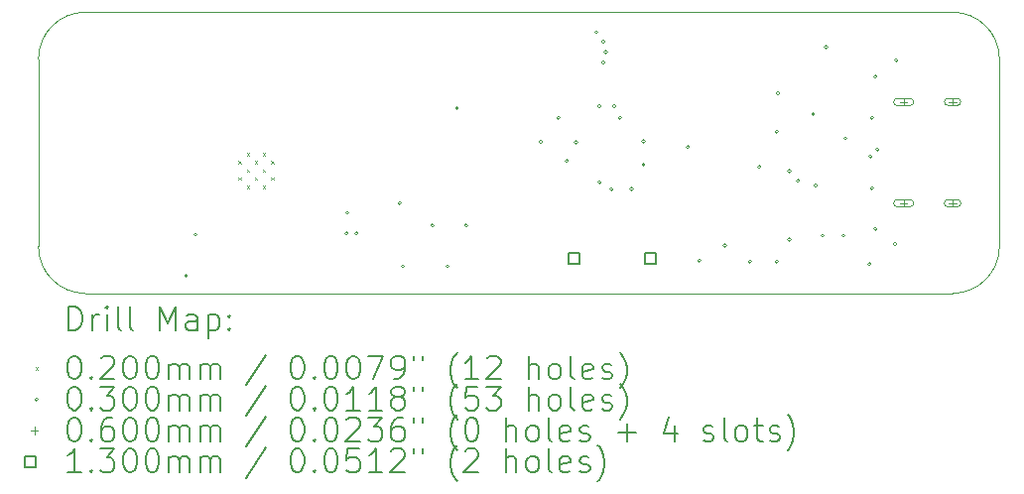
<source format=gbr>
%TF.GenerationSoftware,KiCad,Pcbnew,9.0.4*%
%TF.CreationDate,2025-09-01T13:06:25+02:00*%
%TF.ProjectId,EHT,4548542e-6b69-4636-9164-5f7063625858,rev?*%
%TF.SameCoordinates,Original*%
%TF.FileFunction,Drillmap*%
%TF.FilePolarity,Positive*%
%FSLAX45Y45*%
G04 Gerber Fmt 4.5, Leading zero omitted, Abs format (unit mm)*
G04 Created by KiCad (PCBNEW 9.0.4) date 2025-09-01 13:06:25*
%MOMM*%
%LPD*%
G01*
G04 APERTURE LIST*
%ADD10C,0.050000*%
%ADD11C,0.200000*%
%ADD12C,0.100000*%
%ADD13C,0.130000*%
G04 APERTURE END LIST*
D10*
X18600000Y-7500000D02*
X18600000Y-9100000D01*
X10400000Y-7500000D02*
X10400000Y-9100000D01*
X10400000Y-7500000D02*
G75*
G02*
X10800000Y-7100000I400000J0D01*
G01*
X10800000Y-9500000D02*
G75*
G02*
X10400000Y-9100000I0J400000D01*
G01*
X18600000Y-9100000D02*
G75*
G02*
X18200000Y-9500000I-400000J0D01*
G01*
X18200000Y-7100000D02*
G75*
G02*
X18600000Y-7500000I0J-400000D01*
G01*
X18200000Y-7100000D02*
X10800000Y-7100000D01*
X18200000Y-9500000D02*
X10800000Y-9500000D01*
D11*
D12*
X12106000Y-8371500D02*
X12126000Y-8391500D01*
X12126000Y-8371500D02*
X12106000Y-8391500D01*
X12106000Y-8511500D02*
X12126000Y-8531500D01*
X12126000Y-8511500D02*
X12106000Y-8531500D01*
X12176000Y-8301500D02*
X12196000Y-8321500D01*
X12196000Y-8301500D02*
X12176000Y-8321500D01*
X12176000Y-8441500D02*
X12196000Y-8461500D01*
X12196000Y-8441500D02*
X12176000Y-8461500D01*
X12176000Y-8581500D02*
X12196000Y-8601500D01*
X12196000Y-8581500D02*
X12176000Y-8601500D01*
X12246000Y-8371500D02*
X12266000Y-8391500D01*
X12266000Y-8371500D02*
X12246000Y-8391500D01*
X12246000Y-8511500D02*
X12266000Y-8531500D01*
X12266000Y-8511500D02*
X12246000Y-8531500D01*
X12316000Y-8301500D02*
X12336000Y-8321500D01*
X12336000Y-8301500D02*
X12316000Y-8321500D01*
X12316000Y-8441500D02*
X12336000Y-8461500D01*
X12336000Y-8441500D02*
X12316000Y-8461500D01*
X12316000Y-8581500D02*
X12336000Y-8601500D01*
X12336000Y-8581500D02*
X12316000Y-8601500D01*
X12386000Y-8371500D02*
X12406000Y-8391500D01*
X12406000Y-8371500D02*
X12386000Y-8391500D01*
X12386000Y-8511500D02*
X12406000Y-8531500D01*
X12406000Y-8511500D02*
X12386000Y-8531500D01*
X11675000Y-9350000D02*
G75*
G02*
X11645000Y-9350000I-15000J0D01*
G01*
X11645000Y-9350000D02*
G75*
G02*
X11675000Y-9350000I15000J0D01*
G01*
X11755000Y-9000000D02*
G75*
G02*
X11725000Y-9000000I-15000J0D01*
G01*
X11725000Y-9000000D02*
G75*
G02*
X11755000Y-9000000I15000J0D01*
G01*
X13044000Y-8987500D02*
G75*
G02*
X13014000Y-8987500I-15000J0D01*
G01*
X13014000Y-8987500D02*
G75*
G02*
X13044000Y-8987500I15000J0D01*
G01*
X13049105Y-8812202D02*
G75*
G02*
X13019105Y-8812202I-15000J0D01*
G01*
X13019105Y-8812202D02*
G75*
G02*
X13049105Y-8812202I15000J0D01*
G01*
X13129000Y-8987500D02*
G75*
G02*
X13099000Y-8987500I-15000J0D01*
G01*
X13099000Y-8987500D02*
G75*
G02*
X13129000Y-8987500I15000J0D01*
G01*
X13495000Y-8730000D02*
G75*
G02*
X13465000Y-8730000I-15000J0D01*
G01*
X13465000Y-8730000D02*
G75*
G02*
X13495000Y-8730000I15000J0D01*
G01*
X13525000Y-9270000D02*
G75*
G02*
X13495000Y-9270000I-15000J0D01*
G01*
X13495000Y-9270000D02*
G75*
G02*
X13525000Y-9270000I15000J0D01*
G01*
X13775000Y-8920000D02*
G75*
G02*
X13745000Y-8920000I-15000J0D01*
G01*
X13745000Y-8920000D02*
G75*
G02*
X13775000Y-8920000I15000J0D01*
G01*
X13905000Y-9270000D02*
G75*
G02*
X13875000Y-9270000I-15000J0D01*
G01*
X13875000Y-9270000D02*
G75*
G02*
X13905000Y-9270000I15000J0D01*
G01*
X13985000Y-7918000D02*
G75*
G02*
X13955000Y-7918000I-15000J0D01*
G01*
X13955000Y-7918000D02*
G75*
G02*
X13985000Y-7918000I15000J0D01*
G01*
X14065000Y-8920000D02*
G75*
G02*
X14035000Y-8920000I-15000J0D01*
G01*
X14035000Y-8920000D02*
G75*
G02*
X14065000Y-8920000I15000J0D01*
G01*
X14701500Y-8205500D02*
G75*
G02*
X14671500Y-8205500I-15000J0D01*
G01*
X14671500Y-8205500D02*
G75*
G02*
X14701500Y-8205500I15000J0D01*
G01*
X14851500Y-8001600D02*
G75*
G02*
X14821500Y-8001600I-15000J0D01*
G01*
X14821500Y-8001600D02*
G75*
G02*
X14851500Y-8001600I15000J0D01*
G01*
X14923967Y-8370000D02*
G75*
G02*
X14893967Y-8370000I-15000J0D01*
G01*
X14893967Y-8370000D02*
G75*
G02*
X14923967Y-8370000I15000J0D01*
G01*
X15001500Y-8210000D02*
G75*
G02*
X14971500Y-8210000I-15000J0D01*
G01*
X14971500Y-8210000D02*
G75*
G02*
X15001500Y-8210000I15000J0D01*
G01*
X15175000Y-7270000D02*
G75*
G02*
X15145000Y-7270000I-15000J0D01*
G01*
X15145000Y-7270000D02*
G75*
G02*
X15175000Y-7270000I15000J0D01*
G01*
X15201500Y-7901500D02*
G75*
G02*
X15171500Y-7901500I-15000J0D01*
G01*
X15171500Y-7901500D02*
G75*
G02*
X15201500Y-7901500I15000J0D01*
G01*
X15201500Y-8551500D02*
G75*
G02*
X15171500Y-8551500I-15000J0D01*
G01*
X15171500Y-8551500D02*
G75*
G02*
X15201500Y-8551500I15000J0D01*
G01*
X15235000Y-7350000D02*
G75*
G02*
X15205000Y-7350000I-15000J0D01*
G01*
X15205000Y-7350000D02*
G75*
G02*
X15235000Y-7350000I15000J0D01*
G01*
X15235000Y-7529900D02*
G75*
G02*
X15205000Y-7529900I-15000J0D01*
G01*
X15205000Y-7529900D02*
G75*
G02*
X15235000Y-7529900I15000J0D01*
G01*
X15255000Y-7440000D02*
G75*
G02*
X15225000Y-7440000I-15000J0D01*
G01*
X15225000Y-7440000D02*
G75*
G02*
X15255000Y-7440000I15000J0D01*
G01*
X15305000Y-8611500D02*
G75*
G02*
X15275000Y-8611500I-15000J0D01*
G01*
X15275000Y-8611500D02*
G75*
G02*
X15305000Y-8611500I15000J0D01*
G01*
X15326500Y-7901500D02*
G75*
G02*
X15296500Y-7901500I-15000J0D01*
G01*
X15296500Y-7901500D02*
G75*
G02*
X15326500Y-7901500I15000J0D01*
G01*
X15376500Y-8001500D02*
G75*
G02*
X15346500Y-8001500I-15000J0D01*
G01*
X15346500Y-8001500D02*
G75*
G02*
X15376500Y-8001500I15000J0D01*
G01*
X15475000Y-8610000D02*
G75*
G02*
X15445000Y-8610000I-15000J0D01*
G01*
X15445000Y-8610000D02*
G75*
G02*
X15475000Y-8610000I15000J0D01*
G01*
X15576500Y-8201500D02*
G75*
G02*
X15546500Y-8201500I-15000J0D01*
G01*
X15546500Y-8201500D02*
G75*
G02*
X15576500Y-8201500I15000J0D01*
G01*
X15576500Y-8401500D02*
G75*
G02*
X15546500Y-8401500I-15000J0D01*
G01*
X15546500Y-8401500D02*
G75*
G02*
X15576500Y-8401500I15000J0D01*
G01*
X15956500Y-8251500D02*
G75*
G02*
X15926500Y-8251500I-15000J0D01*
G01*
X15926500Y-8251500D02*
G75*
G02*
X15956500Y-8251500I15000J0D01*
G01*
X16055000Y-9220000D02*
G75*
G02*
X16025000Y-9220000I-15000J0D01*
G01*
X16025000Y-9220000D02*
G75*
G02*
X16055000Y-9220000I15000J0D01*
G01*
X16271500Y-9090000D02*
G75*
G02*
X16241500Y-9090000I-15000J0D01*
G01*
X16241500Y-9090000D02*
G75*
G02*
X16271500Y-9090000I15000J0D01*
G01*
X16485000Y-9230000D02*
G75*
G02*
X16455000Y-9230000I-15000J0D01*
G01*
X16455000Y-9230000D02*
G75*
G02*
X16485000Y-9230000I15000J0D01*
G01*
X16565000Y-8420000D02*
G75*
G02*
X16535000Y-8420000I-15000J0D01*
G01*
X16535000Y-8420000D02*
G75*
G02*
X16565000Y-8420000I15000J0D01*
G01*
X16715000Y-8120000D02*
G75*
G02*
X16685000Y-8120000I-15000J0D01*
G01*
X16685000Y-8120000D02*
G75*
G02*
X16715000Y-8120000I15000J0D01*
G01*
X16715000Y-9230000D02*
G75*
G02*
X16685000Y-9230000I-15000J0D01*
G01*
X16685000Y-9230000D02*
G75*
G02*
X16715000Y-9230000I15000J0D01*
G01*
X16725000Y-7790000D02*
G75*
G02*
X16695000Y-7790000I-15000J0D01*
G01*
X16695000Y-7790000D02*
G75*
G02*
X16725000Y-7790000I15000J0D01*
G01*
X16822046Y-8458671D02*
G75*
G02*
X16792046Y-8458671I-15000J0D01*
G01*
X16792046Y-8458671D02*
G75*
G02*
X16822046Y-8458671I15000J0D01*
G01*
X16822574Y-9042427D02*
G75*
G02*
X16792574Y-9042427I-15000J0D01*
G01*
X16792574Y-9042427D02*
G75*
G02*
X16822574Y-9042427I15000J0D01*
G01*
X16895000Y-8540000D02*
G75*
G02*
X16865000Y-8540000I-15000J0D01*
G01*
X16865000Y-8540000D02*
G75*
G02*
X16895000Y-8540000I15000J0D01*
G01*
X17025000Y-7970000D02*
G75*
G02*
X16995000Y-7970000I-15000J0D01*
G01*
X16995000Y-7970000D02*
G75*
G02*
X17025000Y-7970000I15000J0D01*
G01*
X17045000Y-8580000D02*
G75*
G02*
X17015000Y-8580000I-15000J0D01*
G01*
X17015000Y-8580000D02*
G75*
G02*
X17045000Y-8580000I15000J0D01*
G01*
X17105000Y-9007500D02*
G75*
G02*
X17075000Y-9007500I-15000J0D01*
G01*
X17075000Y-9007500D02*
G75*
G02*
X17105000Y-9007500I15000J0D01*
G01*
X17135000Y-7400000D02*
G75*
G02*
X17105000Y-7400000I-15000J0D01*
G01*
X17105000Y-7400000D02*
G75*
G02*
X17135000Y-7400000I15000J0D01*
G01*
X17285000Y-9007500D02*
G75*
G02*
X17255000Y-9007500I-15000J0D01*
G01*
X17255000Y-9007500D02*
G75*
G02*
X17285000Y-9007500I15000J0D01*
G01*
X17301220Y-8176780D02*
G75*
G02*
X17271220Y-8176780I-15000J0D01*
G01*
X17271220Y-8176780D02*
G75*
G02*
X17301220Y-8176780I15000J0D01*
G01*
X17505000Y-9250000D02*
G75*
G02*
X17475000Y-9250000I-15000J0D01*
G01*
X17475000Y-9250000D02*
G75*
G02*
X17505000Y-9250000I15000J0D01*
G01*
X17513379Y-8332370D02*
G75*
G02*
X17483379Y-8332370I-15000J0D01*
G01*
X17483379Y-8332370D02*
G75*
G02*
X17513379Y-8332370I15000J0D01*
G01*
X17526500Y-8001500D02*
G75*
G02*
X17496500Y-8001500I-15000J0D01*
G01*
X17496500Y-8001500D02*
G75*
G02*
X17526500Y-8001500I15000J0D01*
G01*
X17526500Y-8601500D02*
G75*
G02*
X17496500Y-8601500I-15000J0D01*
G01*
X17496500Y-8601500D02*
G75*
G02*
X17526500Y-8601500I15000J0D01*
G01*
X17555000Y-7650000D02*
G75*
G02*
X17525000Y-7650000I-15000J0D01*
G01*
X17525000Y-7650000D02*
G75*
G02*
X17555000Y-7650000I15000J0D01*
G01*
X17557500Y-8950000D02*
G75*
G02*
X17527500Y-8950000I-15000J0D01*
G01*
X17527500Y-8950000D02*
G75*
G02*
X17557500Y-8950000I15000J0D01*
G01*
X17573483Y-8272266D02*
G75*
G02*
X17543483Y-8272266I-15000J0D01*
G01*
X17543483Y-8272266D02*
G75*
G02*
X17573483Y-8272266I15000J0D01*
G01*
X17725000Y-9080000D02*
G75*
G02*
X17695000Y-9080000I-15000J0D01*
G01*
X17695000Y-9080000D02*
G75*
G02*
X17725000Y-9080000I15000J0D01*
G01*
X17735000Y-7510000D02*
G75*
G02*
X17705000Y-7510000I-15000J0D01*
G01*
X17705000Y-7510000D02*
G75*
G02*
X17735000Y-7510000I15000J0D01*
G01*
X17782000Y-7836000D02*
X17782000Y-7896000D01*
X17752000Y-7866000D02*
X17812000Y-7866000D01*
X17727000Y-7896000D02*
X17837000Y-7896000D01*
X17837000Y-7836000D02*
G75*
G02*
X17837000Y-7896000I0J-30000D01*
G01*
X17837000Y-7836000D02*
X17727000Y-7836000D01*
X17727000Y-7836000D02*
G75*
G03*
X17727000Y-7896000I0J-30000D01*
G01*
X17782000Y-8700000D02*
X17782000Y-8760000D01*
X17752000Y-8730000D02*
X17812000Y-8730000D01*
X17727000Y-8760000D02*
X17837000Y-8760000D01*
X17837000Y-8700000D02*
G75*
G02*
X17837000Y-8760000I0J-30000D01*
G01*
X17837000Y-8700000D02*
X17727000Y-8700000D01*
X17727000Y-8700000D02*
G75*
G03*
X17727000Y-8760000I0J-30000D01*
G01*
X18200000Y-7836000D02*
X18200000Y-7896000D01*
X18170000Y-7866000D02*
X18230000Y-7866000D01*
X18160000Y-7896000D02*
X18240000Y-7896000D01*
X18240000Y-7836000D02*
G75*
G02*
X18240000Y-7896000I0J-30000D01*
G01*
X18240000Y-7836000D02*
X18160000Y-7836000D01*
X18160000Y-7836000D02*
G75*
G03*
X18160000Y-7896000I0J-30000D01*
G01*
X18200000Y-8700000D02*
X18200000Y-8760000D01*
X18170000Y-8730000D02*
X18230000Y-8730000D01*
X18160000Y-8760000D02*
X18240000Y-8760000D01*
X18240000Y-8700000D02*
G75*
G02*
X18240000Y-8760000I0J-30000D01*
G01*
X18240000Y-8700000D02*
X18160000Y-8700000D01*
X18160000Y-8700000D02*
G75*
G03*
X18160000Y-8760000I0J-30000D01*
G01*
D13*
X15015962Y-9245962D02*
X15015962Y-9154038D01*
X14924038Y-9154038D01*
X14924038Y-9245962D01*
X15015962Y-9245962D01*
X15665962Y-9245962D02*
X15665962Y-9154038D01*
X15574038Y-9154038D01*
X15574038Y-9245962D01*
X15665962Y-9245962D01*
D11*
X10658277Y-9813984D02*
X10658277Y-9613984D01*
X10658277Y-9613984D02*
X10705896Y-9613984D01*
X10705896Y-9613984D02*
X10734467Y-9623508D01*
X10734467Y-9623508D02*
X10753515Y-9642555D01*
X10753515Y-9642555D02*
X10763039Y-9661603D01*
X10763039Y-9661603D02*
X10772563Y-9699698D01*
X10772563Y-9699698D02*
X10772563Y-9728270D01*
X10772563Y-9728270D02*
X10763039Y-9766365D01*
X10763039Y-9766365D02*
X10753515Y-9785412D01*
X10753515Y-9785412D02*
X10734467Y-9804460D01*
X10734467Y-9804460D02*
X10705896Y-9813984D01*
X10705896Y-9813984D02*
X10658277Y-9813984D01*
X10858277Y-9813984D02*
X10858277Y-9680650D01*
X10858277Y-9718746D02*
X10867801Y-9699698D01*
X10867801Y-9699698D02*
X10877324Y-9690174D01*
X10877324Y-9690174D02*
X10896372Y-9680650D01*
X10896372Y-9680650D02*
X10915420Y-9680650D01*
X10982086Y-9813984D02*
X10982086Y-9680650D01*
X10982086Y-9613984D02*
X10972563Y-9623508D01*
X10972563Y-9623508D02*
X10982086Y-9633031D01*
X10982086Y-9633031D02*
X10991610Y-9623508D01*
X10991610Y-9623508D02*
X10982086Y-9613984D01*
X10982086Y-9613984D02*
X10982086Y-9633031D01*
X11105896Y-9813984D02*
X11086848Y-9804460D01*
X11086848Y-9804460D02*
X11077324Y-9785412D01*
X11077324Y-9785412D02*
X11077324Y-9613984D01*
X11210658Y-9813984D02*
X11191610Y-9804460D01*
X11191610Y-9804460D02*
X11182086Y-9785412D01*
X11182086Y-9785412D02*
X11182086Y-9613984D01*
X11439229Y-9813984D02*
X11439229Y-9613984D01*
X11439229Y-9613984D02*
X11505896Y-9756841D01*
X11505896Y-9756841D02*
X11572562Y-9613984D01*
X11572562Y-9613984D02*
X11572562Y-9813984D01*
X11753515Y-9813984D02*
X11753515Y-9709222D01*
X11753515Y-9709222D02*
X11743991Y-9690174D01*
X11743991Y-9690174D02*
X11724943Y-9680650D01*
X11724943Y-9680650D02*
X11686848Y-9680650D01*
X11686848Y-9680650D02*
X11667801Y-9690174D01*
X11753515Y-9804460D02*
X11734467Y-9813984D01*
X11734467Y-9813984D02*
X11686848Y-9813984D01*
X11686848Y-9813984D02*
X11667801Y-9804460D01*
X11667801Y-9804460D02*
X11658277Y-9785412D01*
X11658277Y-9785412D02*
X11658277Y-9766365D01*
X11658277Y-9766365D02*
X11667801Y-9747317D01*
X11667801Y-9747317D02*
X11686848Y-9737793D01*
X11686848Y-9737793D02*
X11734467Y-9737793D01*
X11734467Y-9737793D02*
X11753515Y-9728270D01*
X11848753Y-9680650D02*
X11848753Y-9880650D01*
X11848753Y-9690174D02*
X11867801Y-9680650D01*
X11867801Y-9680650D02*
X11905896Y-9680650D01*
X11905896Y-9680650D02*
X11924943Y-9690174D01*
X11924943Y-9690174D02*
X11934467Y-9699698D01*
X11934467Y-9699698D02*
X11943991Y-9718746D01*
X11943991Y-9718746D02*
X11943991Y-9775889D01*
X11943991Y-9775889D02*
X11934467Y-9794936D01*
X11934467Y-9794936D02*
X11924943Y-9804460D01*
X11924943Y-9804460D02*
X11905896Y-9813984D01*
X11905896Y-9813984D02*
X11867801Y-9813984D01*
X11867801Y-9813984D02*
X11848753Y-9804460D01*
X12029705Y-9794936D02*
X12039229Y-9804460D01*
X12039229Y-9804460D02*
X12029705Y-9813984D01*
X12029705Y-9813984D02*
X12020182Y-9804460D01*
X12020182Y-9804460D02*
X12029705Y-9794936D01*
X12029705Y-9794936D02*
X12029705Y-9813984D01*
X12029705Y-9690174D02*
X12039229Y-9699698D01*
X12039229Y-9699698D02*
X12029705Y-9709222D01*
X12029705Y-9709222D02*
X12020182Y-9699698D01*
X12020182Y-9699698D02*
X12029705Y-9690174D01*
X12029705Y-9690174D02*
X12029705Y-9709222D01*
D12*
X10377500Y-10132500D02*
X10397500Y-10152500D01*
X10397500Y-10132500D02*
X10377500Y-10152500D01*
D11*
X10696372Y-10033984D02*
X10715420Y-10033984D01*
X10715420Y-10033984D02*
X10734467Y-10043508D01*
X10734467Y-10043508D02*
X10743991Y-10053031D01*
X10743991Y-10053031D02*
X10753515Y-10072079D01*
X10753515Y-10072079D02*
X10763039Y-10110174D01*
X10763039Y-10110174D02*
X10763039Y-10157793D01*
X10763039Y-10157793D02*
X10753515Y-10195889D01*
X10753515Y-10195889D02*
X10743991Y-10214936D01*
X10743991Y-10214936D02*
X10734467Y-10224460D01*
X10734467Y-10224460D02*
X10715420Y-10233984D01*
X10715420Y-10233984D02*
X10696372Y-10233984D01*
X10696372Y-10233984D02*
X10677324Y-10224460D01*
X10677324Y-10224460D02*
X10667801Y-10214936D01*
X10667801Y-10214936D02*
X10658277Y-10195889D01*
X10658277Y-10195889D02*
X10648753Y-10157793D01*
X10648753Y-10157793D02*
X10648753Y-10110174D01*
X10648753Y-10110174D02*
X10658277Y-10072079D01*
X10658277Y-10072079D02*
X10667801Y-10053031D01*
X10667801Y-10053031D02*
X10677324Y-10043508D01*
X10677324Y-10043508D02*
X10696372Y-10033984D01*
X10848753Y-10214936D02*
X10858277Y-10224460D01*
X10858277Y-10224460D02*
X10848753Y-10233984D01*
X10848753Y-10233984D02*
X10839229Y-10224460D01*
X10839229Y-10224460D02*
X10848753Y-10214936D01*
X10848753Y-10214936D02*
X10848753Y-10233984D01*
X10934467Y-10053031D02*
X10943991Y-10043508D01*
X10943991Y-10043508D02*
X10963039Y-10033984D01*
X10963039Y-10033984D02*
X11010658Y-10033984D01*
X11010658Y-10033984D02*
X11029705Y-10043508D01*
X11029705Y-10043508D02*
X11039229Y-10053031D01*
X11039229Y-10053031D02*
X11048753Y-10072079D01*
X11048753Y-10072079D02*
X11048753Y-10091127D01*
X11048753Y-10091127D02*
X11039229Y-10119698D01*
X11039229Y-10119698D02*
X10924944Y-10233984D01*
X10924944Y-10233984D02*
X11048753Y-10233984D01*
X11172563Y-10033984D02*
X11191610Y-10033984D01*
X11191610Y-10033984D02*
X11210658Y-10043508D01*
X11210658Y-10043508D02*
X11220182Y-10053031D01*
X11220182Y-10053031D02*
X11229705Y-10072079D01*
X11229705Y-10072079D02*
X11239229Y-10110174D01*
X11239229Y-10110174D02*
X11239229Y-10157793D01*
X11239229Y-10157793D02*
X11229705Y-10195889D01*
X11229705Y-10195889D02*
X11220182Y-10214936D01*
X11220182Y-10214936D02*
X11210658Y-10224460D01*
X11210658Y-10224460D02*
X11191610Y-10233984D01*
X11191610Y-10233984D02*
X11172563Y-10233984D01*
X11172563Y-10233984D02*
X11153515Y-10224460D01*
X11153515Y-10224460D02*
X11143991Y-10214936D01*
X11143991Y-10214936D02*
X11134467Y-10195889D01*
X11134467Y-10195889D02*
X11124944Y-10157793D01*
X11124944Y-10157793D02*
X11124944Y-10110174D01*
X11124944Y-10110174D02*
X11134467Y-10072079D01*
X11134467Y-10072079D02*
X11143991Y-10053031D01*
X11143991Y-10053031D02*
X11153515Y-10043508D01*
X11153515Y-10043508D02*
X11172563Y-10033984D01*
X11363039Y-10033984D02*
X11382086Y-10033984D01*
X11382086Y-10033984D02*
X11401134Y-10043508D01*
X11401134Y-10043508D02*
X11410658Y-10053031D01*
X11410658Y-10053031D02*
X11420182Y-10072079D01*
X11420182Y-10072079D02*
X11429705Y-10110174D01*
X11429705Y-10110174D02*
X11429705Y-10157793D01*
X11429705Y-10157793D02*
X11420182Y-10195889D01*
X11420182Y-10195889D02*
X11410658Y-10214936D01*
X11410658Y-10214936D02*
X11401134Y-10224460D01*
X11401134Y-10224460D02*
X11382086Y-10233984D01*
X11382086Y-10233984D02*
X11363039Y-10233984D01*
X11363039Y-10233984D02*
X11343991Y-10224460D01*
X11343991Y-10224460D02*
X11334467Y-10214936D01*
X11334467Y-10214936D02*
X11324943Y-10195889D01*
X11324943Y-10195889D02*
X11315420Y-10157793D01*
X11315420Y-10157793D02*
X11315420Y-10110174D01*
X11315420Y-10110174D02*
X11324943Y-10072079D01*
X11324943Y-10072079D02*
X11334467Y-10053031D01*
X11334467Y-10053031D02*
X11343991Y-10043508D01*
X11343991Y-10043508D02*
X11363039Y-10033984D01*
X11515420Y-10233984D02*
X11515420Y-10100650D01*
X11515420Y-10119698D02*
X11524943Y-10110174D01*
X11524943Y-10110174D02*
X11543991Y-10100650D01*
X11543991Y-10100650D02*
X11572563Y-10100650D01*
X11572563Y-10100650D02*
X11591610Y-10110174D01*
X11591610Y-10110174D02*
X11601134Y-10129222D01*
X11601134Y-10129222D02*
X11601134Y-10233984D01*
X11601134Y-10129222D02*
X11610658Y-10110174D01*
X11610658Y-10110174D02*
X11629705Y-10100650D01*
X11629705Y-10100650D02*
X11658277Y-10100650D01*
X11658277Y-10100650D02*
X11677324Y-10110174D01*
X11677324Y-10110174D02*
X11686848Y-10129222D01*
X11686848Y-10129222D02*
X11686848Y-10233984D01*
X11782086Y-10233984D02*
X11782086Y-10100650D01*
X11782086Y-10119698D02*
X11791610Y-10110174D01*
X11791610Y-10110174D02*
X11810658Y-10100650D01*
X11810658Y-10100650D02*
X11839229Y-10100650D01*
X11839229Y-10100650D02*
X11858277Y-10110174D01*
X11858277Y-10110174D02*
X11867801Y-10129222D01*
X11867801Y-10129222D02*
X11867801Y-10233984D01*
X11867801Y-10129222D02*
X11877324Y-10110174D01*
X11877324Y-10110174D02*
X11896372Y-10100650D01*
X11896372Y-10100650D02*
X11924943Y-10100650D01*
X11924943Y-10100650D02*
X11943991Y-10110174D01*
X11943991Y-10110174D02*
X11953515Y-10129222D01*
X11953515Y-10129222D02*
X11953515Y-10233984D01*
X12343991Y-10024460D02*
X12172563Y-10281603D01*
X12601134Y-10033984D02*
X12620182Y-10033984D01*
X12620182Y-10033984D02*
X12639229Y-10043508D01*
X12639229Y-10043508D02*
X12648753Y-10053031D01*
X12648753Y-10053031D02*
X12658277Y-10072079D01*
X12658277Y-10072079D02*
X12667801Y-10110174D01*
X12667801Y-10110174D02*
X12667801Y-10157793D01*
X12667801Y-10157793D02*
X12658277Y-10195889D01*
X12658277Y-10195889D02*
X12648753Y-10214936D01*
X12648753Y-10214936D02*
X12639229Y-10224460D01*
X12639229Y-10224460D02*
X12620182Y-10233984D01*
X12620182Y-10233984D02*
X12601134Y-10233984D01*
X12601134Y-10233984D02*
X12582086Y-10224460D01*
X12582086Y-10224460D02*
X12572563Y-10214936D01*
X12572563Y-10214936D02*
X12563039Y-10195889D01*
X12563039Y-10195889D02*
X12553515Y-10157793D01*
X12553515Y-10157793D02*
X12553515Y-10110174D01*
X12553515Y-10110174D02*
X12563039Y-10072079D01*
X12563039Y-10072079D02*
X12572563Y-10053031D01*
X12572563Y-10053031D02*
X12582086Y-10043508D01*
X12582086Y-10043508D02*
X12601134Y-10033984D01*
X12753515Y-10214936D02*
X12763039Y-10224460D01*
X12763039Y-10224460D02*
X12753515Y-10233984D01*
X12753515Y-10233984D02*
X12743991Y-10224460D01*
X12743991Y-10224460D02*
X12753515Y-10214936D01*
X12753515Y-10214936D02*
X12753515Y-10233984D01*
X12886848Y-10033984D02*
X12905896Y-10033984D01*
X12905896Y-10033984D02*
X12924944Y-10043508D01*
X12924944Y-10043508D02*
X12934467Y-10053031D01*
X12934467Y-10053031D02*
X12943991Y-10072079D01*
X12943991Y-10072079D02*
X12953515Y-10110174D01*
X12953515Y-10110174D02*
X12953515Y-10157793D01*
X12953515Y-10157793D02*
X12943991Y-10195889D01*
X12943991Y-10195889D02*
X12934467Y-10214936D01*
X12934467Y-10214936D02*
X12924944Y-10224460D01*
X12924944Y-10224460D02*
X12905896Y-10233984D01*
X12905896Y-10233984D02*
X12886848Y-10233984D01*
X12886848Y-10233984D02*
X12867801Y-10224460D01*
X12867801Y-10224460D02*
X12858277Y-10214936D01*
X12858277Y-10214936D02*
X12848753Y-10195889D01*
X12848753Y-10195889D02*
X12839229Y-10157793D01*
X12839229Y-10157793D02*
X12839229Y-10110174D01*
X12839229Y-10110174D02*
X12848753Y-10072079D01*
X12848753Y-10072079D02*
X12858277Y-10053031D01*
X12858277Y-10053031D02*
X12867801Y-10043508D01*
X12867801Y-10043508D02*
X12886848Y-10033984D01*
X13077325Y-10033984D02*
X13096372Y-10033984D01*
X13096372Y-10033984D02*
X13115420Y-10043508D01*
X13115420Y-10043508D02*
X13124944Y-10053031D01*
X13124944Y-10053031D02*
X13134467Y-10072079D01*
X13134467Y-10072079D02*
X13143991Y-10110174D01*
X13143991Y-10110174D02*
X13143991Y-10157793D01*
X13143991Y-10157793D02*
X13134467Y-10195889D01*
X13134467Y-10195889D02*
X13124944Y-10214936D01*
X13124944Y-10214936D02*
X13115420Y-10224460D01*
X13115420Y-10224460D02*
X13096372Y-10233984D01*
X13096372Y-10233984D02*
X13077325Y-10233984D01*
X13077325Y-10233984D02*
X13058277Y-10224460D01*
X13058277Y-10224460D02*
X13048753Y-10214936D01*
X13048753Y-10214936D02*
X13039229Y-10195889D01*
X13039229Y-10195889D02*
X13029706Y-10157793D01*
X13029706Y-10157793D02*
X13029706Y-10110174D01*
X13029706Y-10110174D02*
X13039229Y-10072079D01*
X13039229Y-10072079D02*
X13048753Y-10053031D01*
X13048753Y-10053031D02*
X13058277Y-10043508D01*
X13058277Y-10043508D02*
X13077325Y-10033984D01*
X13210658Y-10033984D02*
X13343991Y-10033984D01*
X13343991Y-10033984D02*
X13258277Y-10233984D01*
X13429706Y-10233984D02*
X13467801Y-10233984D01*
X13467801Y-10233984D02*
X13486848Y-10224460D01*
X13486848Y-10224460D02*
X13496372Y-10214936D01*
X13496372Y-10214936D02*
X13515420Y-10186365D01*
X13515420Y-10186365D02*
X13524944Y-10148270D01*
X13524944Y-10148270D02*
X13524944Y-10072079D01*
X13524944Y-10072079D02*
X13515420Y-10053031D01*
X13515420Y-10053031D02*
X13505896Y-10043508D01*
X13505896Y-10043508D02*
X13486848Y-10033984D01*
X13486848Y-10033984D02*
X13448753Y-10033984D01*
X13448753Y-10033984D02*
X13429706Y-10043508D01*
X13429706Y-10043508D02*
X13420182Y-10053031D01*
X13420182Y-10053031D02*
X13410658Y-10072079D01*
X13410658Y-10072079D02*
X13410658Y-10119698D01*
X13410658Y-10119698D02*
X13420182Y-10138746D01*
X13420182Y-10138746D02*
X13429706Y-10148270D01*
X13429706Y-10148270D02*
X13448753Y-10157793D01*
X13448753Y-10157793D02*
X13486848Y-10157793D01*
X13486848Y-10157793D02*
X13505896Y-10148270D01*
X13505896Y-10148270D02*
X13515420Y-10138746D01*
X13515420Y-10138746D02*
X13524944Y-10119698D01*
X13601134Y-10033984D02*
X13601134Y-10072079D01*
X13677325Y-10033984D02*
X13677325Y-10072079D01*
X13972563Y-10310174D02*
X13963039Y-10300650D01*
X13963039Y-10300650D02*
X13943991Y-10272079D01*
X13943991Y-10272079D02*
X13934468Y-10253031D01*
X13934468Y-10253031D02*
X13924944Y-10224460D01*
X13924944Y-10224460D02*
X13915420Y-10176841D01*
X13915420Y-10176841D02*
X13915420Y-10138746D01*
X13915420Y-10138746D02*
X13924944Y-10091127D01*
X13924944Y-10091127D02*
X13934468Y-10062555D01*
X13934468Y-10062555D02*
X13943991Y-10043508D01*
X13943991Y-10043508D02*
X13963039Y-10014936D01*
X13963039Y-10014936D02*
X13972563Y-10005412D01*
X14153515Y-10233984D02*
X14039229Y-10233984D01*
X14096372Y-10233984D02*
X14096372Y-10033984D01*
X14096372Y-10033984D02*
X14077325Y-10062555D01*
X14077325Y-10062555D02*
X14058277Y-10081603D01*
X14058277Y-10081603D02*
X14039229Y-10091127D01*
X14229706Y-10053031D02*
X14239229Y-10043508D01*
X14239229Y-10043508D02*
X14258277Y-10033984D01*
X14258277Y-10033984D02*
X14305896Y-10033984D01*
X14305896Y-10033984D02*
X14324944Y-10043508D01*
X14324944Y-10043508D02*
X14334468Y-10053031D01*
X14334468Y-10053031D02*
X14343991Y-10072079D01*
X14343991Y-10072079D02*
X14343991Y-10091127D01*
X14343991Y-10091127D02*
X14334468Y-10119698D01*
X14334468Y-10119698D02*
X14220182Y-10233984D01*
X14220182Y-10233984D02*
X14343991Y-10233984D01*
X14582087Y-10233984D02*
X14582087Y-10033984D01*
X14667801Y-10233984D02*
X14667801Y-10129222D01*
X14667801Y-10129222D02*
X14658277Y-10110174D01*
X14658277Y-10110174D02*
X14639230Y-10100650D01*
X14639230Y-10100650D02*
X14610658Y-10100650D01*
X14610658Y-10100650D02*
X14591610Y-10110174D01*
X14591610Y-10110174D02*
X14582087Y-10119698D01*
X14791610Y-10233984D02*
X14772563Y-10224460D01*
X14772563Y-10224460D02*
X14763039Y-10214936D01*
X14763039Y-10214936D02*
X14753515Y-10195889D01*
X14753515Y-10195889D02*
X14753515Y-10138746D01*
X14753515Y-10138746D02*
X14763039Y-10119698D01*
X14763039Y-10119698D02*
X14772563Y-10110174D01*
X14772563Y-10110174D02*
X14791610Y-10100650D01*
X14791610Y-10100650D02*
X14820182Y-10100650D01*
X14820182Y-10100650D02*
X14839230Y-10110174D01*
X14839230Y-10110174D02*
X14848753Y-10119698D01*
X14848753Y-10119698D02*
X14858277Y-10138746D01*
X14858277Y-10138746D02*
X14858277Y-10195889D01*
X14858277Y-10195889D02*
X14848753Y-10214936D01*
X14848753Y-10214936D02*
X14839230Y-10224460D01*
X14839230Y-10224460D02*
X14820182Y-10233984D01*
X14820182Y-10233984D02*
X14791610Y-10233984D01*
X14972563Y-10233984D02*
X14953515Y-10224460D01*
X14953515Y-10224460D02*
X14943991Y-10205412D01*
X14943991Y-10205412D02*
X14943991Y-10033984D01*
X15124944Y-10224460D02*
X15105896Y-10233984D01*
X15105896Y-10233984D02*
X15067801Y-10233984D01*
X15067801Y-10233984D02*
X15048753Y-10224460D01*
X15048753Y-10224460D02*
X15039230Y-10205412D01*
X15039230Y-10205412D02*
X15039230Y-10129222D01*
X15039230Y-10129222D02*
X15048753Y-10110174D01*
X15048753Y-10110174D02*
X15067801Y-10100650D01*
X15067801Y-10100650D02*
X15105896Y-10100650D01*
X15105896Y-10100650D02*
X15124944Y-10110174D01*
X15124944Y-10110174D02*
X15134468Y-10129222D01*
X15134468Y-10129222D02*
X15134468Y-10148270D01*
X15134468Y-10148270D02*
X15039230Y-10167317D01*
X15210658Y-10224460D02*
X15229706Y-10233984D01*
X15229706Y-10233984D02*
X15267801Y-10233984D01*
X15267801Y-10233984D02*
X15286849Y-10224460D01*
X15286849Y-10224460D02*
X15296372Y-10205412D01*
X15296372Y-10205412D02*
X15296372Y-10195889D01*
X15296372Y-10195889D02*
X15286849Y-10176841D01*
X15286849Y-10176841D02*
X15267801Y-10167317D01*
X15267801Y-10167317D02*
X15239230Y-10167317D01*
X15239230Y-10167317D02*
X15220182Y-10157793D01*
X15220182Y-10157793D02*
X15210658Y-10138746D01*
X15210658Y-10138746D02*
X15210658Y-10129222D01*
X15210658Y-10129222D02*
X15220182Y-10110174D01*
X15220182Y-10110174D02*
X15239230Y-10100650D01*
X15239230Y-10100650D02*
X15267801Y-10100650D01*
X15267801Y-10100650D02*
X15286849Y-10110174D01*
X15363039Y-10310174D02*
X15372563Y-10300650D01*
X15372563Y-10300650D02*
X15391611Y-10272079D01*
X15391611Y-10272079D02*
X15401134Y-10253031D01*
X15401134Y-10253031D02*
X15410658Y-10224460D01*
X15410658Y-10224460D02*
X15420182Y-10176841D01*
X15420182Y-10176841D02*
X15420182Y-10138746D01*
X15420182Y-10138746D02*
X15410658Y-10091127D01*
X15410658Y-10091127D02*
X15401134Y-10062555D01*
X15401134Y-10062555D02*
X15391611Y-10043508D01*
X15391611Y-10043508D02*
X15372563Y-10014936D01*
X15372563Y-10014936D02*
X15363039Y-10005412D01*
D12*
X10397500Y-10406500D02*
G75*
G02*
X10367500Y-10406500I-15000J0D01*
G01*
X10367500Y-10406500D02*
G75*
G02*
X10397500Y-10406500I15000J0D01*
G01*
D11*
X10696372Y-10297984D02*
X10715420Y-10297984D01*
X10715420Y-10297984D02*
X10734467Y-10307508D01*
X10734467Y-10307508D02*
X10743991Y-10317031D01*
X10743991Y-10317031D02*
X10753515Y-10336079D01*
X10753515Y-10336079D02*
X10763039Y-10374174D01*
X10763039Y-10374174D02*
X10763039Y-10421793D01*
X10763039Y-10421793D02*
X10753515Y-10459889D01*
X10753515Y-10459889D02*
X10743991Y-10478936D01*
X10743991Y-10478936D02*
X10734467Y-10488460D01*
X10734467Y-10488460D02*
X10715420Y-10497984D01*
X10715420Y-10497984D02*
X10696372Y-10497984D01*
X10696372Y-10497984D02*
X10677324Y-10488460D01*
X10677324Y-10488460D02*
X10667801Y-10478936D01*
X10667801Y-10478936D02*
X10658277Y-10459889D01*
X10658277Y-10459889D02*
X10648753Y-10421793D01*
X10648753Y-10421793D02*
X10648753Y-10374174D01*
X10648753Y-10374174D02*
X10658277Y-10336079D01*
X10658277Y-10336079D02*
X10667801Y-10317031D01*
X10667801Y-10317031D02*
X10677324Y-10307508D01*
X10677324Y-10307508D02*
X10696372Y-10297984D01*
X10848753Y-10478936D02*
X10858277Y-10488460D01*
X10858277Y-10488460D02*
X10848753Y-10497984D01*
X10848753Y-10497984D02*
X10839229Y-10488460D01*
X10839229Y-10488460D02*
X10848753Y-10478936D01*
X10848753Y-10478936D02*
X10848753Y-10497984D01*
X10924944Y-10297984D02*
X11048753Y-10297984D01*
X11048753Y-10297984D02*
X10982086Y-10374174D01*
X10982086Y-10374174D02*
X11010658Y-10374174D01*
X11010658Y-10374174D02*
X11029705Y-10383698D01*
X11029705Y-10383698D02*
X11039229Y-10393222D01*
X11039229Y-10393222D02*
X11048753Y-10412270D01*
X11048753Y-10412270D02*
X11048753Y-10459889D01*
X11048753Y-10459889D02*
X11039229Y-10478936D01*
X11039229Y-10478936D02*
X11029705Y-10488460D01*
X11029705Y-10488460D02*
X11010658Y-10497984D01*
X11010658Y-10497984D02*
X10953515Y-10497984D01*
X10953515Y-10497984D02*
X10934467Y-10488460D01*
X10934467Y-10488460D02*
X10924944Y-10478936D01*
X11172563Y-10297984D02*
X11191610Y-10297984D01*
X11191610Y-10297984D02*
X11210658Y-10307508D01*
X11210658Y-10307508D02*
X11220182Y-10317031D01*
X11220182Y-10317031D02*
X11229705Y-10336079D01*
X11229705Y-10336079D02*
X11239229Y-10374174D01*
X11239229Y-10374174D02*
X11239229Y-10421793D01*
X11239229Y-10421793D02*
X11229705Y-10459889D01*
X11229705Y-10459889D02*
X11220182Y-10478936D01*
X11220182Y-10478936D02*
X11210658Y-10488460D01*
X11210658Y-10488460D02*
X11191610Y-10497984D01*
X11191610Y-10497984D02*
X11172563Y-10497984D01*
X11172563Y-10497984D02*
X11153515Y-10488460D01*
X11153515Y-10488460D02*
X11143991Y-10478936D01*
X11143991Y-10478936D02*
X11134467Y-10459889D01*
X11134467Y-10459889D02*
X11124944Y-10421793D01*
X11124944Y-10421793D02*
X11124944Y-10374174D01*
X11124944Y-10374174D02*
X11134467Y-10336079D01*
X11134467Y-10336079D02*
X11143991Y-10317031D01*
X11143991Y-10317031D02*
X11153515Y-10307508D01*
X11153515Y-10307508D02*
X11172563Y-10297984D01*
X11363039Y-10297984D02*
X11382086Y-10297984D01*
X11382086Y-10297984D02*
X11401134Y-10307508D01*
X11401134Y-10307508D02*
X11410658Y-10317031D01*
X11410658Y-10317031D02*
X11420182Y-10336079D01*
X11420182Y-10336079D02*
X11429705Y-10374174D01*
X11429705Y-10374174D02*
X11429705Y-10421793D01*
X11429705Y-10421793D02*
X11420182Y-10459889D01*
X11420182Y-10459889D02*
X11410658Y-10478936D01*
X11410658Y-10478936D02*
X11401134Y-10488460D01*
X11401134Y-10488460D02*
X11382086Y-10497984D01*
X11382086Y-10497984D02*
X11363039Y-10497984D01*
X11363039Y-10497984D02*
X11343991Y-10488460D01*
X11343991Y-10488460D02*
X11334467Y-10478936D01*
X11334467Y-10478936D02*
X11324943Y-10459889D01*
X11324943Y-10459889D02*
X11315420Y-10421793D01*
X11315420Y-10421793D02*
X11315420Y-10374174D01*
X11315420Y-10374174D02*
X11324943Y-10336079D01*
X11324943Y-10336079D02*
X11334467Y-10317031D01*
X11334467Y-10317031D02*
X11343991Y-10307508D01*
X11343991Y-10307508D02*
X11363039Y-10297984D01*
X11515420Y-10497984D02*
X11515420Y-10364650D01*
X11515420Y-10383698D02*
X11524943Y-10374174D01*
X11524943Y-10374174D02*
X11543991Y-10364650D01*
X11543991Y-10364650D02*
X11572563Y-10364650D01*
X11572563Y-10364650D02*
X11591610Y-10374174D01*
X11591610Y-10374174D02*
X11601134Y-10393222D01*
X11601134Y-10393222D02*
X11601134Y-10497984D01*
X11601134Y-10393222D02*
X11610658Y-10374174D01*
X11610658Y-10374174D02*
X11629705Y-10364650D01*
X11629705Y-10364650D02*
X11658277Y-10364650D01*
X11658277Y-10364650D02*
X11677324Y-10374174D01*
X11677324Y-10374174D02*
X11686848Y-10393222D01*
X11686848Y-10393222D02*
X11686848Y-10497984D01*
X11782086Y-10497984D02*
X11782086Y-10364650D01*
X11782086Y-10383698D02*
X11791610Y-10374174D01*
X11791610Y-10374174D02*
X11810658Y-10364650D01*
X11810658Y-10364650D02*
X11839229Y-10364650D01*
X11839229Y-10364650D02*
X11858277Y-10374174D01*
X11858277Y-10374174D02*
X11867801Y-10393222D01*
X11867801Y-10393222D02*
X11867801Y-10497984D01*
X11867801Y-10393222D02*
X11877324Y-10374174D01*
X11877324Y-10374174D02*
X11896372Y-10364650D01*
X11896372Y-10364650D02*
X11924943Y-10364650D01*
X11924943Y-10364650D02*
X11943991Y-10374174D01*
X11943991Y-10374174D02*
X11953515Y-10393222D01*
X11953515Y-10393222D02*
X11953515Y-10497984D01*
X12343991Y-10288460D02*
X12172563Y-10545603D01*
X12601134Y-10297984D02*
X12620182Y-10297984D01*
X12620182Y-10297984D02*
X12639229Y-10307508D01*
X12639229Y-10307508D02*
X12648753Y-10317031D01*
X12648753Y-10317031D02*
X12658277Y-10336079D01*
X12658277Y-10336079D02*
X12667801Y-10374174D01*
X12667801Y-10374174D02*
X12667801Y-10421793D01*
X12667801Y-10421793D02*
X12658277Y-10459889D01*
X12658277Y-10459889D02*
X12648753Y-10478936D01*
X12648753Y-10478936D02*
X12639229Y-10488460D01*
X12639229Y-10488460D02*
X12620182Y-10497984D01*
X12620182Y-10497984D02*
X12601134Y-10497984D01*
X12601134Y-10497984D02*
X12582086Y-10488460D01*
X12582086Y-10488460D02*
X12572563Y-10478936D01*
X12572563Y-10478936D02*
X12563039Y-10459889D01*
X12563039Y-10459889D02*
X12553515Y-10421793D01*
X12553515Y-10421793D02*
X12553515Y-10374174D01*
X12553515Y-10374174D02*
X12563039Y-10336079D01*
X12563039Y-10336079D02*
X12572563Y-10317031D01*
X12572563Y-10317031D02*
X12582086Y-10307508D01*
X12582086Y-10307508D02*
X12601134Y-10297984D01*
X12753515Y-10478936D02*
X12763039Y-10488460D01*
X12763039Y-10488460D02*
X12753515Y-10497984D01*
X12753515Y-10497984D02*
X12743991Y-10488460D01*
X12743991Y-10488460D02*
X12753515Y-10478936D01*
X12753515Y-10478936D02*
X12753515Y-10497984D01*
X12886848Y-10297984D02*
X12905896Y-10297984D01*
X12905896Y-10297984D02*
X12924944Y-10307508D01*
X12924944Y-10307508D02*
X12934467Y-10317031D01*
X12934467Y-10317031D02*
X12943991Y-10336079D01*
X12943991Y-10336079D02*
X12953515Y-10374174D01*
X12953515Y-10374174D02*
X12953515Y-10421793D01*
X12953515Y-10421793D02*
X12943991Y-10459889D01*
X12943991Y-10459889D02*
X12934467Y-10478936D01*
X12934467Y-10478936D02*
X12924944Y-10488460D01*
X12924944Y-10488460D02*
X12905896Y-10497984D01*
X12905896Y-10497984D02*
X12886848Y-10497984D01*
X12886848Y-10497984D02*
X12867801Y-10488460D01*
X12867801Y-10488460D02*
X12858277Y-10478936D01*
X12858277Y-10478936D02*
X12848753Y-10459889D01*
X12848753Y-10459889D02*
X12839229Y-10421793D01*
X12839229Y-10421793D02*
X12839229Y-10374174D01*
X12839229Y-10374174D02*
X12848753Y-10336079D01*
X12848753Y-10336079D02*
X12858277Y-10317031D01*
X12858277Y-10317031D02*
X12867801Y-10307508D01*
X12867801Y-10307508D02*
X12886848Y-10297984D01*
X13143991Y-10497984D02*
X13029706Y-10497984D01*
X13086848Y-10497984D02*
X13086848Y-10297984D01*
X13086848Y-10297984D02*
X13067801Y-10326555D01*
X13067801Y-10326555D02*
X13048753Y-10345603D01*
X13048753Y-10345603D02*
X13029706Y-10355127D01*
X13334467Y-10497984D02*
X13220182Y-10497984D01*
X13277325Y-10497984D02*
X13277325Y-10297984D01*
X13277325Y-10297984D02*
X13258277Y-10326555D01*
X13258277Y-10326555D02*
X13239229Y-10345603D01*
X13239229Y-10345603D02*
X13220182Y-10355127D01*
X13448753Y-10383698D02*
X13429706Y-10374174D01*
X13429706Y-10374174D02*
X13420182Y-10364650D01*
X13420182Y-10364650D02*
X13410658Y-10345603D01*
X13410658Y-10345603D02*
X13410658Y-10336079D01*
X13410658Y-10336079D02*
X13420182Y-10317031D01*
X13420182Y-10317031D02*
X13429706Y-10307508D01*
X13429706Y-10307508D02*
X13448753Y-10297984D01*
X13448753Y-10297984D02*
X13486848Y-10297984D01*
X13486848Y-10297984D02*
X13505896Y-10307508D01*
X13505896Y-10307508D02*
X13515420Y-10317031D01*
X13515420Y-10317031D02*
X13524944Y-10336079D01*
X13524944Y-10336079D02*
X13524944Y-10345603D01*
X13524944Y-10345603D02*
X13515420Y-10364650D01*
X13515420Y-10364650D02*
X13505896Y-10374174D01*
X13505896Y-10374174D02*
X13486848Y-10383698D01*
X13486848Y-10383698D02*
X13448753Y-10383698D01*
X13448753Y-10383698D02*
X13429706Y-10393222D01*
X13429706Y-10393222D02*
X13420182Y-10402746D01*
X13420182Y-10402746D02*
X13410658Y-10421793D01*
X13410658Y-10421793D02*
X13410658Y-10459889D01*
X13410658Y-10459889D02*
X13420182Y-10478936D01*
X13420182Y-10478936D02*
X13429706Y-10488460D01*
X13429706Y-10488460D02*
X13448753Y-10497984D01*
X13448753Y-10497984D02*
X13486848Y-10497984D01*
X13486848Y-10497984D02*
X13505896Y-10488460D01*
X13505896Y-10488460D02*
X13515420Y-10478936D01*
X13515420Y-10478936D02*
X13524944Y-10459889D01*
X13524944Y-10459889D02*
X13524944Y-10421793D01*
X13524944Y-10421793D02*
X13515420Y-10402746D01*
X13515420Y-10402746D02*
X13505896Y-10393222D01*
X13505896Y-10393222D02*
X13486848Y-10383698D01*
X13601134Y-10297984D02*
X13601134Y-10336079D01*
X13677325Y-10297984D02*
X13677325Y-10336079D01*
X13972563Y-10574174D02*
X13963039Y-10564650D01*
X13963039Y-10564650D02*
X13943991Y-10536079D01*
X13943991Y-10536079D02*
X13934468Y-10517031D01*
X13934468Y-10517031D02*
X13924944Y-10488460D01*
X13924944Y-10488460D02*
X13915420Y-10440841D01*
X13915420Y-10440841D02*
X13915420Y-10402746D01*
X13915420Y-10402746D02*
X13924944Y-10355127D01*
X13924944Y-10355127D02*
X13934468Y-10326555D01*
X13934468Y-10326555D02*
X13943991Y-10307508D01*
X13943991Y-10307508D02*
X13963039Y-10278936D01*
X13963039Y-10278936D02*
X13972563Y-10269412D01*
X14143991Y-10297984D02*
X14048753Y-10297984D01*
X14048753Y-10297984D02*
X14039229Y-10393222D01*
X14039229Y-10393222D02*
X14048753Y-10383698D01*
X14048753Y-10383698D02*
X14067801Y-10374174D01*
X14067801Y-10374174D02*
X14115420Y-10374174D01*
X14115420Y-10374174D02*
X14134468Y-10383698D01*
X14134468Y-10383698D02*
X14143991Y-10393222D01*
X14143991Y-10393222D02*
X14153515Y-10412270D01*
X14153515Y-10412270D02*
X14153515Y-10459889D01*
X14153515Y-10459889D02*
X14143991Y-10478936D01*
X14143991Y-10478936D02*
X14134468Y-10488460D01*
X14134468Y-10488460D02*
X14115420Y-10497984D01*
X14115420Y-10497984D02*
X14067801Y-10497984D01*
X14067801Y-10497984D02*
X14048753Y-10488460D01*
X14048753Y-10488460D02*
X14039229Y-10478936D01*
X14220182Y-10297984D02*
X14343991Y-10297984D01*
X14343991Y-10297984D02*
X14277325Y-10374174D01*
X14277325Y-10374174D02*
X14305896Y-10374174D01*
X14305896Y-10374174D02*
X14324944Y-10383698D01*
X14324944Y-10383698D02*
X14334468Y-10393222D01*
X14334468Y-10393222D02*
X14343991Y-10412270D01*
X14343991Y-10412270D02*
X14343991Y-10459889D01*
X14343991Y-10459889D02*
X14334468Y-10478936D01*
X14334468Y-10478936D02*
X14324944Y-10488460D01*
X14324944Y-10488460D02*
X14305896Y-10497984D01*
X14305896Y-10497984D02*
X14248753Y-10497984D01*
X14248753Y-10497984D02*
X14229706Y-10488460D01*
X14229706Y-10488460D02*
X14220182Y-10478936D01*
X14582087Y-10497984D02*
X14582087Y-10297984D01*
X14667801Y-10497984D02*
X14667801Y-10393222D01*
X14667801Y-10393222D02*
X14658277Y-10374174D01*
X14658277Y-10374174D02*
X14639230Y-10364650D01*
X14639230Y-10364650D02*
X14610658Y-10364650D01*
X14610658Y-10364650D02*
X14591610Y-10374174D01*
X14591610Y-10374174D02*
X14582087Y-10383698D01*
X14791610Y-10497984D02*
X14772563Y-10488460D01*
X14772563Y-10488460D02*
X14763039Y-10478936D01*
X14763039Y-10478936D02*
X14753515Y-10459889D01*
X14753515Y-10459889D02*
X14753515Y-10402746D01*
X14753515Y-10402746D02*
X14763039Y-10383698D01*
X14763039Y-10383698D02*
X14772563Y-10374174D01*
X14772563Y-10374174D02*
X14791610Y-10364650D01*
X14791610Y-10364650D02*
X14820182Y-10364650D01*
X14820182Y-10364650D02*
X14839230Y-10374174D01*
X14839230Y-10374174D02*
X14848753Y-10383698D01*
X14848753Y-10383698D02*
X14858277Y-10402746D01*
X14858277Y-10402746D02*
X14858277Y-10459889D01*
X14858277Y-10459889D02*
X14848753Y-10478936D01*
X14848753Y-10478936D02*
X14839230Y-10488460D01*
X14839230Y-10488460D02*
X14820182Y-10497984D01*
X14820182Y-10497984D02*
X14791610Y-10497984D01*
X14972563Y-10497984D02*
X14953515Y-10488460D01*
X14953515Y-10488460D02*
X14943991Y-10469412D01*
X14943991Y-10469412D02*
X14943991Y-10297984D01*
X15124944Y-10488460D02*
X15105896Y-10497984D01*
X15105896Y-10497984D02*
X15067801Y-10497984D01*
X15067801Y-10497984D02*
X15048753Y-10488460D01*
X15048753Y-10488460D02*
X15039230Y-10469412D01*
X15039230Y-10469412D02*
X15039230Y-10393222D01*
X15039230Y-10393222D02*
X15048753Y-10374174D01*
X15048753Y-10374174D02*
X15067801Y-10364650D01*
X15067801Y-10364650D02*
X15105896Y-10364650D01*
X15105896Y-10364650D02*
X15124944Y-10374174D01*
X15124944Y-10374174D02*
X15134468Y-10393222D01*
X15134468Y-10393222D02*
X15134468Y-10412270D01*
X15134468Y-10412270D02*
X15039230Y-10431317D01*
X15210658Y-10488460D02*
X15229706Y-10497984D01*
X15229706Y-10497984D02*
X15267801Y-10497984D01*
X15267801Y-10497984D02*
X15286849Y-10488460D01*
X15286849Y-10488460D02*
X15296372Y-10469412D01*
X15296372Y-10469412D02*
X15296372Y-10459889D01*
X15296372Y-10459889D02*
X15286849Y-10440841D01*
X15286849Y-10440841D02*
X15267801Y-10431317D01*
X15267801Y-10431317D02*
X15239230Y-10431317D01*
X15239230Y-10431317D02*
X15220182Y-10421793D01*
X15220182Y-10421793D02*
X15210658Y-10402746D01*
X15210658Y-10402746D02*
X15210658Y-10393222D01*
X15210658Y-10393222D02*
X15220182Y-10374174D01*
X15220182Y-10374174D02*
X15239230Y-10364650D01*
X15239230Y-10364650D02*
X15267801Y-10364650D01*
X15267801Y-10364650D02*
X15286849Y-10374174D01*
X15363039Y-10574174D02*
X15372563Y-10564650D01*
X15372563Y-10564650D02*
X15391611Y-10536079D01*
X15391611Y-10536079D02*
X15401134Y-10517031D01*
X15401134Y-10517031D02*
X15410658Y-10488460D01*
X15410658Y-10488460D02*
X15420182Y-10440841D01*
X15420182Y-10440841D02*
X15420182Y-10402746D01*
X15420182Y-10402746D02*
X15410658Y-10355127D01*
X15410658Y-10355127D02*
X15401134Y-10326555D01*
X15401134Y-10326555D02*
X15391611Y-10307508D01*
X15391611Y-10307508D02*
X15372563Y-10278936D01*
X15372563Y-10278936D02*
X15363039Y-10269412D01*
D12*
X10367500Y-10640500D02*
X10367500Y-10700500D01*
X10337500Y-10670500D02*
X10397500Y-10670500D01*
D11*
X10696372Y-10561984D02*
X10715420Y-10561984D01*
X10715420Y-10561984D02*
X10734467Y-10571508D01*
X10734467Y-10571508D02*
X10743991Y-10581031D01*
X10743991Y-10581031D02*
X10753515Y-10600079D01*
X10753515Y-10600079D02*
X10763039Y-10638174D01*
X10763039Y-10638174D02*
X10763039Y-10685793D01*
X10763039Y-10685793D02*
X10753515Y-10723889D01*
X10753515Y-10723889D02*
X10743991Y-10742936D01*
X10743991Y-10742936D02*
X10734467Y-10752460D01*
X10734467Y-10752460D02*
X10715420Y-10761984D01*
X10715420Y-10761984D02*
X10696372Y-10761984D01*
X10696372Y-10761984D02*
X10677324Y-10752460D01*
X10677324Y-10752460D02*
X10667801Y-10742936D01*
X10667801Y-10742936D02*
X10658277Y-10723889D01*
X10658277Y-10723889D02*
X10648753Y-10685793D01*
X10648753Y-10685793D02*
X10648753Y-10638174D01*
X10648753Y-10638174D02*
X10658277Y-10600079D01*
X10658277Y-10600079D02*
X10667801Y-10581031D01*
X10667801Y-10581031D02*
X10677324Y-10571508D01*
X10677324Y-10571508D02*
X10696372Y-10561984D01*
X10848753Y-10742936D02*
X10858277Y-10752460D01*
X10858277Y-10752460D02*
X10848753Y-10761984D01*
X10848753Y-10761984D02*
X10839229Y-10752460D01*
X10839229Y-10752460D02*
X10848753Y-10742936D01*
X10848753Y-10742936D02*
X10848753Y-10761984D01*
X11029705Y-10561984D02*
X10991610Y-10561984D01*
X10991610Y-10561984D02*
X10972563Y-10571508D01*
X10972563Y-10571508D02*
X10963039Y-10581031D01*
X10963039Y-10581031D02*
X10943991Y-10609603D01*
X10943991Y-10609603D02*
X10934467Y-10647698D01*
X10934467Y-10647698D02*
X10934467Y-10723889D01*
X10934467Y-10723889D02*
X10943991Y-10742936D01*
X10943991Y-10742936D02*
X10953515Y-10752460D01*
X10953515Y-10752460D02*
X10972563Y-10761984D01*
X10972563Y-10761984D02*
X11010658Y-10761984D01*
X11010658Y-10761984D02*
X11029705Y-10752460D01*
X11029705Y-10752460D02*
X11039229Y-10742936D01*
X11039229Y-10742936D02*
X11048753Y-10723889D01*
X11048753Y-10723889D02*
X11048753Y-10676270D01*
X11048753Y-10676270D02*
X11039229Y-10657222D01*
X11039229Y-10657222D02*
X11029705Y-10647698D01*
X11029705Y-10647698D02*
X11010658Y-10638174D01*
X11010658Y-10638174D02*
X10972563Y-10638174D01*
X10972563Y-10638174D02*
X10953515Y-10647698D01*
X10953515Y-10647698D02*
X10943991Y-10657222D01*
X10943991Y-10657222D02*
X10934467Y-10676270D01*
X11172563Y-10561984D02*
X11191610Y-10561984D01*
X11191610Y-10561984D02*
X11210658Y-10571508D01*
X11210658Y-10571508D02*
X11220182Y-10581031D01*
X11220182Y-10581031D02*
X11229705Y-10600079D01*
X11229705Y-10600079D02*
X11239229Y-10638174D01*
X11239229Y-10638174D02*
X11239229Y-10685793D01*
X11239229Y-10685793D02*
X11229705Y-10723889D01*
X11229705Y-10723889D02*
X11220182Y-10742936D01*
X11220182Y-10742936D02*
X11210658Y-10752460D01*
X11210658Y-10752460D02*
X11191610Y-10761984D01*
X11191610Y-10761984D02*
X11172563Y-10761984D01*
X11172563Y-10761984D02*
X11153515Y-10752460D01*
X11153515Y-10752460D02*
X11143991Y-10742936D01*
X11143991Y-10742936D02*
X11134467Y-10723889D01*
X11134467Y-10723889D02*
X11124944Y-10685793D01*
X11124944Y-10685793D02*
X11124944Y-10638174D01*
X11124944Y-10638174D02*
X11134467Y-10600079D01*
X11134467Y-10600079D02*
X11143991Y-10581031D01*
X11143991Y-10581031D02*
X11153515Y-10571508D01*
X11153515Y-10571508D02*
X11172563Y-10561984D01*
X11363039Y-10561984D02*
X11382086Y-10561984D01*
X11382086Y-10561984D02*
X11401134Y-10571508D01*
X11401134Y-10571508D02*
X11410658Y-10581031D01*
X11410658Y-10581031D02*
X11420182Y-10600079D01*
X11420182Y-10600079D02*
X11429705Y-10638174D01*
X11429705Y-10638174D02*
X11429705Y-10685793D01*
X11429705Y-10685793D02*
X11420182Y-10723889D01*
X11420182Y-10723889D02*
X11410658Y-10742936D01*
X11410658Y-10742936D02*
X11401134Y-10752460D01*
X11401134Y-10752460D02*
X11382086Y-10761984D01*
X11382086Y-10761984D02*
X11363039Y-10761984D01*
X11363039Y-10761984D02*
X11343991Y-10752460D01*
X11343991Y-10752460D02*
X11334467Y-10742936D01*
X11334467Y-10742936D02*
X11324943Y-10723889D01*
X11324943Y-10723889D02*
X11315420Y-10685793D01*
X11315420Y-10685793D02*
X11315420Y-10638174D01*
X11315420Y-10638174D02*
X11324943Y-10600079D01*
X11324943Y-10600079D02*
X11334467Y-10581031D01*
X11334467Y-10581031D02*
X11343991Y-10571508D01*
X11343991Y-10571508D02*
X11363039Y-10561984D01*
X11515420Y-10761984D02*
X11515420Y-10628650D01*
X11515420Y-10647698D02*
X11524943Y-10638174D01*
X11524943Y-10638174D02*
X11543991Y-10628650D01*
X11543991Y-10628650D02*
X11572563Y-10628650D01*
X11572563Y-10628650D02*
X11591610Y-10638174D01*
X11591610Y-10638174D02*
X11601134Y-10657222D01*
X11601134Y-10657222D02*
X11601134Y-10761984D01*
X11601134Y-10657222D02*
X11610658Y-10638174D01*
X11610658Y-10638174D02*
X11629705Y-10628650D01*
X11629705Y-10628650D02*
X11658277Y-10628650D01*
X11658277Y-10628650D02*
X11677324Y-10638174D01*
X11677324Y-10638174D02*
X11686848Y-10657222D01*
X11686848Y-10657222D02*
X11686848Y-10761984D01*
X11782086Y-10761984D02*
X11782086Y-10628650D01*
X11782086Y-10647698D02*
X11791610Y-10638174D01*
X11791610Y-10638174D02*
X11810658Y-10628650D01*
X11810658Y-10628650D02*
X11839229Y-10628650D01*
X11839229Y-10628650D02*
X11858277Y-10638174D01*
X11858277Y-10638174D02*
X11867801Y-10657222D01*
X11867801Y-10657222D02*
X11867801Y-10761984D01*
X11867801Y-10657222D02*
X11877324Y-10638174D01*
X11877324Y-10638174D02*
X11896372Y-10628650D01*
X11896372Y-10628650D02*
X11924943Y-10628650D01*
X11924943Y-10628650D02*
X11943991Y-10638174D01*
X11943991Y-10638174D02*
X11953515Y-10657222D01*
X11953515Y-10657222D02*
X11953515Y-10761984D01*
X12343991Y-10552460D02*
X12172563Y-10809603D01*
X12601134Y-10561984D02*
X12620182Y-10561984D01*
X12620182Y-10561984D02*
X12639229Y-10571508D01*
X12639229Y-10571508D02*
X12648753Y-10581031D01*
X12648753Y-10581031D02*
X12658277Y-10600079D01*
X12658277Y-10600079D02*
X12667801Y-10638174D01*
X12667801Y-10638174D02*
X12667801Y-10685793D01*
X12667801Y-10685793D02*
X12658277Y-10723889D01*
X12658277Y-10723889D02*
X12648753Y-10742936D01*
X12648753Y-10742936D02*
X12639229Y-10752460D01*
X12639229Y-10752460D02*
X12620182Y-10761984D01*
X12620182Y-10761984D02*
X12601134Y-10761984D01*
X12601134Y-10761984D02*
X12582086Y-10752460D01*
X12582086Y-10752460D02*
X12572563Y-10742936D01*
X12572563Y-10742936D02*
X12563039Y-10723889D01*
X12563039Y-10723889D02*
X12553515Y-10685793D01*
X12553515Y-10685793D02*
X12553515Y-10638174D01*
X12553515Y-10638174D02*
X12563039Y-10600079D01*
X12563039Y-10600079D02*
X12572563Y-10581031D01*
X12572563Y-10581031D02*
X12582086Y-10571508D01*
X12582086Y-10571508D02*
X12601134Y-10561984D01*
X12753515Y-10742936D02*
X12763039Y-10752460D01*
X12763039Y-10752460D02*
X12753515Y-10761984D01*
X12753515Y-10761984D02*
X12743991Y-10752460D01*
X12743991Y-10752460D02*
X12753515Y-10742936D01*
X12753515Y-10742936D02*
X12753515Y-10761984D01*
X12886848Y-10561984D02*
X12905896Y-10561984D01*
X12905896Y-10561984D02*
X12924944Y-10571508D01*
X12924944Y-10571508D02*
X12934467Y-10581031D01*
X12934467Y-10581031D02*
X12943991Y-10600079D01*
X12943991Y-10600079D02*
X12953515Y-10638174D01*
X12953515Y-10638174D02*
X12953515Y-10685793D01*
X12953515Y-10685793D02*
X12943991Y-10723889D01*
X12943991Y-10723889D02*
X12934467Y-10742936D01*
X12934467Y-10742936D02*
X12924944Y-10752460D01*
X12924944Y-10752460D02*
X12905896Y-10761984D01*
X12905896Y-10761984D02*
X12886848Y-10761984D01*
X12886848Y-10761984D02*
X12867801Y-10752460D01*
X12867801Y-10752460D02*
X12858277Y-10742936D01*
X12858277Y-10742936D02*
X12848753Y-10723889D01*
X12848753Y-10723889D02*
X12839229Y-10685793D01*
X12839229Y-10685793D02*
X12839229Y-10638174D01*
X12839229Y-10638174D02*
X12848753Y-10600079D01*
X12848753Y-10600079D02*
X12858277Y-10581031D01*
X12858277Y-10581031D02*
X12867801Y-10571508D01*
X12867801Y-10571508D02*
X12886848Y-10561984D01*
X13029706Y-10581031D02*
X13039229Y-10571508D01*
X13039229Y-10571508D02*
X13058277Y-10561984D01*
X13058277Y-10561984D02*
X13105896Y-10561984D01*
X13105896Y-10561984D02*
X13124944Y-10571508D01*
X13124944Y-10571508D02*
X13134467Y-10581031D01*
X13134467Y-10581031D02*
X13143991Y-10600079D01*
X13143991Y-10600079D02*
X13143991Y-10619127D01*
X13143991Y-10619127D02*
X13134467Y-10647698D01*
X13134467Y-10647698D02*
X13020182Y-10761984D01*
X13020182Y-10761984D02*
X13143991Y-10761984D01*
X13210658Y-10561984D02*
X13334467Y-10561984D01*
X13334467Y-10561984D02*
X13267801Y-10638174D01*
X13267801Y-10638174D02*
X13296372Y-10638174D01*
X13296372Y-10638174D02*
X13315420Y-10647698D01*
X13315420Y-10647698D02*
X13324944Y-10657222D01*
X13324944Y-10657222D02*
X13334467Y-10676270D01*
X13334467Y-10676270D02*
X13334467Y-10723889D01*
X13334467Y-10723889D02*
X13324944Y-10742936D01*
X13324944Y-10742936D02*
X13315420Y-10752460D01*
X13315420Y-10752460D02*
X13296372Y-10761984D01*
X13296372Y-10761984D02*
X13239229Y-10761984D01*
X13239229Y-10761984D02*
X13220182Y-10752460D01*
X13220182Y-10752460D02*
X13210658Y-10742936D01*
X13505896Y-10561984D02*
X13467801Y-10561984D01*
X13467801Y-10561984D02*
X13448753Y-10571508D01*
X13448753Y-10571508D02*
X13439229Y-10581031D01*
X13439229Y-10581031D02*
X13420182Y-10609603D01*
X13420182Y-10609603D02*
X13410658Y-10647698D01*
X13410658Y-10647698D02*
X13410658Y-10723889D01*
X13410658Y-10723889D02*
X13420182Y-10742936D01*
X13420182Y-10742936D02*
X13429706Y-10752460D01*
X13429706Y-10752460D02*
X13448753Y-10761984D01*
X13448753Y-10761984D02*
X13486848Y-10761984D01*
X13486848Y-10761984D02*
X13505896Y-10752460D01*
X13505896Y-10752460D02*
X13515420Y-10742936D01*
X13515420Y-10742936D02*
X13524944Y-10723889D01*
X13524944Y-10723889D02*
X13524944Y-10676270D01*
X13524944Y-10676270D02*
X13515420Y-10657222D01*
X13515420Y-10657222D02*
X13505896Y-10647698D01*
X13505896Y-10647698D02*
X13486848Y-10638174D01*
X13486848Y-10638174D02*
X13448753Y-10638174D01*
X13448753Y-10638174D02*
X13429706Y-10647698D01*
X13429706Y-10647698D02*
X13420182Y-10657222D01*
X13420182Y-10657222D02*
X13410658Y-10676270D01*
X13601134Y-10561984D02*
X13601134Y-10600079D01*
X13677325Y-10561984D02*
X13677325Y-10600079D01*
X13972563Y-10838174D02*
X13963039Y-10828650D01*
X13963039Y-10828650D02*
X13943991Y-10800079D01*
X13943991Y-10800079D02*
X13934468Y-10781031D01*
X13934468Y-10781031D02*
X13924944Y-10752460D01*
X13924944Y-10752460D02*
X13915420Y-10704841D01*
X13915420Y-10704841D02*
X13915420Y-10666746D01*
X13915420Y-10666746D02*
X13924944Y-10619127D01*
X13924944Y-10619127D02*
X13934468Y-10590555D01*
X13934468Y-10590555D02*
X13943991Y-10571508D01*
X13943991Y-10571508D02*
X13963039Y-10542936D01*
X13963039Y-10542936D02*
X13972563Y-10533412D01*
X14086848Y-10561984D02*
X14105896Y-10561984D01*
X14105896Y-10561984D02*
X14124944Y-10571508D01*
X14124944Y-10571508D02*
X14134468Y-10581031D01*
X14134468Y-10581031D02*
X14143991Y-10600079D01*
X14143991Y-10600079D02*
X14153515Y-10638174D01*
X14153515Y-10638174D02*
X14153515Y-10685793D01*
X14153515Y-10685793D02*
X14143991Y-10723889D01*
X14143991Y-10723889D02*
X14134468Y-10742936D01*
X14134468Y-10742936D02*
X14124944Y-10752460D01*
X14124944Y-10752460D02*
X14105896Y-10761984D01*
X14105896Y-10761984D02*
X14086848Y-10761984D01*
X14086848Y-10761984D02*
X14067801Y-10752460D01*
X14067801Y-10752460D02*
X14058277Y-10742936D01*
X14058277Y-10742936D02*
X14048753Y-10723889D01*
X14048753Y-10723889D02*
X14039229Y-10685793D01*
X14039229Y-10685793D02*
X14039229Y-10638174D01*
X14039229Y-10638174D02*
X14048753Y-10600079D01*
X14048753Y-10600079D02*
X14058277Y-10581031D01*
X14058277Y-10581031D02*
X14067801Y-10571508D01*
X14067801Y-10571508D02*
X14086848Y-10561984D01*
X14391610Y-10761984D02*
X14391610Y-10561984D01*
X14477325Y-10761984D02*
X14477325Y-10657222D01*
X14477325Y-10657222D02*
X14467801Y-10638174D01*
X14467801Y-10638174D02*
X14448753Y-10628650D01*
X14448753Y-10628650D02*
X14420182Y-10628650D01*
X14420182Y-10628650D02*
X14401134Y-10638174D01*
X14401134Y-10638174D02*
X14391610Y-10647698D01*
X14601134Y-10761984D02*
X14582087Y-10752460D01*
X14582087Y-10752460D02*
X14572563Y-10742936D01*
X14572563Y-10742936D02*
X14563039Y-10723889D01*
X14563039Y-10723889D02*
X14563039Y-10666746D01*
X14563039Y-10666746D02*
X14572563Y-10647698D01*
X14572563Y-10647698D02*
X14582087Y-10638174D01*
X14582087Y-10638174D02*
X14601134Y-10628650D01*
X14601134Y-10628650D02*
X14629706Y-10628650D01*
X14629706Y-10628650D02*
X14648753Y-10638174D01*
X14648753Y-10638174D02*
X14658277Y-10647698D01*
X14658277Y-10647698D02*
X14667801Y-10666746D01*
X14667801Y-10666746D02*
X14667801Y-10723889D01*
X14667801Y-10723889D02*
X14658277Y-10742936D01*
X14658277Y-10742936D02*
X14648753Y-10752460D01*
X14648753Y-10752460D02*
X14629706Y-10761984D01*
X14629706Y-10761984D02*
X14601134Y-10761984D01*
X14782087Y-10761984D02*
X14763039Y-10752460D01*
X14763039Y-10752460D02*
X14753515Y-10733412D01*
X14753515Y-10733412D02*
X14753515Y-10561984D01*
X14934468Y-10752460D02*
X14915420Y-10761984D01*
X14915420Y-10761984D02*
X14877325Y-10761984D01*
X14877325Y-10761984D02*
X14858277Y-10752460D01*
X14858277Y-10752460D02*
X14848753Y-10733412D01*
X14848753Y-10733412D02*
X14848753Y-10657222D01*
X14848753Y-10657222D02*
X14858277Y-10638174D01*
X14858277Y-10638174D02*
X14877325Y-10628650D01*
X14877325Y-10628650D02*
X14915420Y-10628650D01*
X14915420Y-10628650D02*
X14934468Y-10638174D01*
X14934468Y-10638174D02*
X14943991Y-10657222D01*
X14943991Y-10657222D02*
X14943991Y-10676270D01*
X14943991Y-10676270D02*
X14848753Y-10695317D01*
X15020182Y-10752460D02*
X15039230Y-10761984D01*
X15039230Y-10761984D02*
X15077325Y-10761984D01*
X15077325Y-10761984D02*
X15096372Y-10752460D01*
X15096372Y-10752460D02*
X15105896Y-10733412D01*
X15105896Y-10733412D02*
X15105896Y-10723889D01*
X15105896Y-10723889D02*
X15096372Y-10704841D01*
X15096372Y-10704841D02*
X15077325Y-10695317D01*
X15077325Y-10695317D02*
X15048753Y-10695317D01*
X15048753Y-10695317D02*
X15029706Y-10685793D01*
X15029706Y-10685793D02*
X15020182Y-10666746D01*
X15020182Y-10666746D02*
X15020182Y-10657222D01*
X15020182Y-10657222D02*
X15029706Y-10638174D01*
X15029706Y-10638174D02*
X15048753Y-10628650D01*
X15048753Y-10628650D02*
X15077325Y-10628650D01*
X15077325Y-10628650D02*
X15096372Y-10638174D01*
X15343992Y-10685793D02*
X15496373Y-10685793D01*
X15420182Y-10761984D02*
X15420182Y-10609603D01*
X15829706Y-10628650D02*
X15829706Y-10761984D01*
X15782087Y-10552460D02*
X15734468Y-10695317D01*
X15734468Y-10695317D02*
X15858277Y-10695317D01*
X16077325Y-10752460D02*
X16096373Y-10761984D01*
X16096373Y-10761984D02*
X16134468Y-10761984D01*
X16134468Y-10761984D02*
X16153515Y-10752460D01*
X16153515Y-10752460D02*
X16163039Y-10733412D01*
X16163039Y-10733412D02*
X16163039Y-10723889D01*
X16163039Y-10723889D02*
X16153515Y-10704841D01*
X16153515Y-10704841D02*
X16134468Y-10695317D01*
X16134468Y-10695317D02*
X16105896Y-10695317D01*
X16105896Y-10695317D02*
X16086849Y-10685793D01*
X16086849Y-10685793D02*
X16077325Y-10666746D01*
X16077325Y-10666746D02*
X16077325Y-10657222D01*
X16077325Y-10657222D02*
X16086849Y-10638174D01*
X16086849Y-10638174D02*
X16105896Y-10628650D01*
X16105896Y-10628650D02*
X16134468Y-10628650D01*
X16134468Y-10628650D02*
X16153515Y-10638174D01*
X16277325Y-10761984D02*
X16258277Y-10752460D01*
X16258277Y-10752460D02*
X16248754Y-10733412D01*
X16248754Y-10733412D02*
X16248754Y-10561984D01*
X16382087Y-10761984D02*
X16363039Y-10752460D01*
X16363039Y-10752460D02*
X16353515Y-10742936D01*
X16353515Y-10742936D02*
X16343992Y-10723889D01*
X16343992Y-10723889D02*
X16343992Y-10666746D01*
X16343992Y-10666746D02*
X16353515Y-10647698D01*
X16353515Y-10647698D02*
X16363039Y-10638174D01*
X16363039Y-10638174D02*
X16382087Y-10628650D01*
X16382087Y-10628650D02*
X16410658Y-10628650D01*
X16410658Y-10628650D02*
X16429706Y-10638174D01*
X16429706Y-10638174D02*
X16439230Y-10647698D01*
X16439230Y-10647698D02*
X16448754Y-10666746D01*
X16448754Y-10666746D02*
X16448754Y-10723889D01*
X16448754Y-10723889D02*
X16439230Y-10742936D01*
X16439230Y-10742936D02*
X16429706Y-10752460D01*
X16429706Y-10752460D02*
X16410658Y-10761984D01*
X16410658Y-10761984D02*
X16382087Y-10761984D01*
X16505896Y-10628650D02*
X16582087Y-10628650D01*
X16534468Y-10561984D02*
X16534468Y-10733412D01*
X16534468Y-10733412D02*
X16543992Y-10752460D01*
X16543992Y-10752460D02*
X16563039Y-10761984D01*
X16563039Y-10761984D02*
X16582087Y-10761984D01*
X16639230Y-10752460D02*
X16658277Y-10761984D01*
X16658277Y-10761984D02*
X16696373Y-10761984D01*
X16696373Y-10761984D02*
X16715420Y-10752460D01*
X16715420Y-10752460D02*
X16724944Y-10733412D01*
X16724944Y-10733412D02*
X16724944Y-10723889D01*
X16724944Y-10723889D02*
X16715420Y-10704841D01*
X16715420Y-10704841D02*
X16696373Y-10695317D01*
X16696373Y-10695317D02*
X16667801Y-10695317D01*
X16667801Y-10695317D02*
X16648754Y-10685793D01*
X16648754Y-10685793D02*
X16639230Y-10666746D01*
X16639230Y-10666746D02*
X16639230Y-10657222D01*
X16639230Y-10657222D02*
X16648754Y-10638174D01*
X16648754Y-10638174D02*
X16667801Y-10628650D01*
X16667801Y-10628650D02*
X16696373Y-10628650D01*
X16696373Y-10628650D02*
X16715420Y-10638174D01*
X16791611Y-10838174D02*
X16801135Y-10828650D01*
X16801135Y-10828650D02*
X16820182Y-10800079D01*
X16820182Y-10800079D02*
X16829706Y-10781031D01*
X16829706Y-10781031D02*
X16839230Y-10752460D01*
X16839230Y-10752460D02*
X16848754Y-10704841D01*
X16848754Y-10704841D02*
X16848754Y-10666746D01*
X16848754Y-10666746D02*
X16839230Y-10619127D01*
X16839230Y-10619127D02*
X16829706Y-10590555D01*
X16829706Y-10590555D02*
X16820182Y-10571508D01*
X16820182Y-10571508D02*
X16801135Y-10542936D01*
X16801135Y-10542936D02*
X16791611Y-10533412D01*
D13*
X10378462Y-10980462D02*
X10378462Y-10888538D01*
X10286538Y-10888538D01*
X10286538Y-10980462D01*
X10378462Y-10980462D01*
D11*
X10763039Y-11025984D02*
X10648753Y-11025984D01*
X10705896Y-11025984D02*
X10705896Y-10825984D01*
X10705896Y-10825984D02*
X10686848Y-10854555D01*
X10686848Y-10854555D02*
X10667801Y-10873603D01*
X10667801Y-10873603D02*
X10648753Y-10883127D01*
X10848753Y-11006936D02*
X10858277Y-11016460D01*
X10858277Y-11016460D02*
X10848753Y-11025984D01*
X10848753Y-11025984D02*
X10839229Y-11016460D01*
X10839229Y-11016460D02*
X10848753Y-11006936D01*
X10848753Y-11006936D02*
X10848753Y-11025984D01*
X10924944Y-10825984D02*
X11048753Y-10825984D01*
X11048753Y-10825984D02*
X10982086Y-10902174D01*
X10982086Y-10902174D02*
X11010658Y-10902174D01*
X11010658Y-10902174D02*
X11029705Y-10911698D01*
X11029705Y-10911698D02*
X11039229Y-10921222D01*
X11039229Y-10921222D02*
X11048753Y-10940270D01*
X11048753Y-10940270D02*
X11048753Y-10987889D01*
X11048753Y-10987889D02*
X11039229Y-11006936D01*
X11039229Y-11006936D02*
X11029705Y-11016460D01*
X11029705Y-11016460D02*
X11010658Y-11025984D01*
X11010658Y-11025984D02*
X10953515Y-11025984D01*
X10953515Y-11025984D02*
X10934467Y-11016460D01*
X10934467Y-11016460D02*
X10924944Y-11006936D01*
X11172563Y-10825984D02*
X11191610Y-10825984D01*
X11191610Y-10825984D02*
X11210658Y-10835508D01*
X11210658Y-10835508D02*
X11220182Y-10845031D01*
X11220182Y-10845031D02*
X11229705Y-10864079D01*
X11229705Y-10864079D02*
X11239229Y-10902174D01*
X11239229Y-10902174D02*
X11239229Y-10949793D01*
X11239229Y-10949793D02*
X11229705Y-10987889D01*
X11229705Y-10987889D02*
X11220182Y-11006936D01*
X11220182Y-11006936D02*
X11210658Y-11016460D01*
X11210658Y-11016460D02*
X11191610Y-11025984D01*
X11191610Y-11025984D02*
X11172563Y-11025984D01*
X11172563Y-11025984D02*
X11153515Y-11016460D01*
X11153515Y-11016460D02*
X11143991Y-11006936D01*
X11143991Y-11006936D02*
X11134467Y-10987889D01*
X11134467Y-10987889D02*
X11124944Y-10949793D01*
X11124944Y-10949793D02*
X11124944Y-10902174D01*
X11124944Y-10902174D02*
X11134467Y-10864079D01*
X11134467Y-10864079D02*
X11143991Y-10845031D01*
X11143991Y-10845031D02*
X11153515Y-10835508D01*
X11153515Y-10835508D02*
X11172563Y-10825984D01*
X11363039Y-10825984D02*
X11382086Y-10825984D01*
X11382086Y-10825984D02*
X11401134Y-10835508D01*
X11401134Y-10835508D02*
X11410658Y-10845031D01*
X11410658Y-10845031D02*
X11420182Y-10864079D01*
X11420182Y-10864079D02*
X11429705Y-10902174D01*
X11429705Y-10902174D02*
X11429705Y-10949793D01*
X11429705Y-10949793D02*
X11420182Y-10987889D01*
X11420182Y-10987889D02*
X11410658Y-11006936D01*
X11410658Y-11006936D02*
X11401134Y-11016460D01*
X11401134Y-11016460D02*
X11382086Y-11025984D01*
X11382086Y-11025984D02*
X11363039Y-11025984D01*
X11363039Y-11025984D02*
X11343991Y-11016460D01*
X11343991Y-11016460D02*
X11334467Y-11006936D01*
X11334467Y-11006936D02*
X11324943Y-10987889D01*
X11324943Y-10987889D02*
X11315420Y-10949793D01*
X11315420Y-10949793D02*
X11315420Y-10902174D01*
X11315420Y-10902174D02*
X11324943Y-10864079D01*
X11324943Y-10864079D02*
X11334467Y-10845031D01*
X11334467Y-10845031D02*
X11343991Y-10835508D01*
X11343991Y-10835508D02*
X11363039Y-10825984D01*
X11515420Y-11025984D02*
X11515420Y-10892650D01*
X11515420Y-10911698D02*
X11524943Y-10902174D01*
X11524943Y-10902174D02*
X11543991Y-10892650D01*
X11543991Y-10892650D02*
X11572563Y-10892650D01*
X11572563Y-10892650D02*
X11591610Y-10902174D01*
X11591610Y-10902174D02*
X11601134Y-10921222D01*
X11601134Y-10921222D02*
X11601134Y-11025984D01*
X11601134Y-10921222D02*
X11610658Y-10902174D01*
X11610658Y-10902174D02*
X11629705Y-10892650D01*
X11629705Y-10892650D02*
X11658277Y-10892650D01*
X11658277Y-10892650D02*
X11677324Y-10902174D01*
X11677324Y-10902174D02*
X11686848Y-10921222D01*
X11686848Y-10921222D02*
X11686848Y-11025984D01*
X11782086Y-11025984D02*
X11782086Y-10892650D01*
X11782086Y-10911698D02*
X11791610Y-10902174D01*
X11791610Y-10902174D02*
X11810658Y-10892650D01*
X11810658Y-10892650D02*
X11839229Y-10892650D01*
X11839229Y-10892650D02*
X11858277Y-10902174D01*
X11858277Y-10902174D02*
X11867801Y-10921222D01*
X11867801Y-10921222D02*
X11867801Y-11025984D01*
X11867801Y-10921222D02*
X11877324Y-10902174D01*
X11877324Y-10902174D02*
X11896372Y-10892650D01*
X11896372Y-10892650D02*
X11924943Y-10892650D01*
X11924943Y-10892650D02*
X11943991Y-10902174D01*
X11943991Y-10902174D02*
X11953515Y-10921222D01*
X11953515Y-10921222D02*
X11953515Y-11025984D01*
X12343991Y-10816460D02*
X12172563Y-11073603D01*
X12601134Y-10825984D02*
X12620182Y-10825984D01*
X12620182Y-10825984D02*
X12639229Y-10835508D01*
X12639229Y-10835508D02*
X12648753Y-10845031D01*
X12648753Y-10845031D02*
X12658277Y-10864079D01*
X12658277Y-10864079D02*
X12667801Y-10902174D01*
X12667801Y-10902174D02*
X12667801Y-10949793D01*
X12667801Y-10949793D02*
X12658277Y-10987889D01*
X12658277Y-10987889D02*
X12648753Y-11006936D01*
X12648753Y-11006936D02*
X12639229Y-11016460D01*
X12639229Y-11016460D02*
X12620182Y-11025984D01*
X12620182Y-11025984D02*
X12601134Y-11025984D01*
X12601134Y-11025984D02*
X12582086Y-11016460D01*
X12582086Y-11016460D02*
X12572563Y-11006936D01*
X12572563Y-11006936D02*
X12563039Y-10987889D01*
X12563039Y-10987889D02*
X12553515Y-10949793D01*
X12553515Y-10949793D02*
X12553515Y-10902174D01*
X12553515Y-10902174D02*
X12563039Y-10864079D01*
X12563039Y-10864079D02*
X12572563Y-10845031D01*
X12572563Y-10845031D02*
X12582086Y-10835508D01*
X12582086Y-10835508D02*
X12601134Y-10825984D01*
X12753515Y-11006936D02*
X12763039Y-11016460D01*
X12763039Y-11016460D02*
X12753515Y-11025984D01*
X12753515Y-11025984D02*
X12743991Y-11016460D01*
X12743991Y-11016460D02*
X12753515Y-11006936D01*
X12753515Y-11006936D02*
X12753515Y-11025984D01*
X12886848Y-10825984D02*
X12905896Y-10825984D01*
X12905896Y-10825984D02*
X12924944Y-10835508D01*
X12924944Y-10835508D02*
X12934467Y-10845031D01*
X12934467Y-10845031D02*
X12943991Y-10864079D01*
X12943991Y-10864079D02*
X12953515Y-10902174D01*
X12953515Y-10902174D02*
X12953515Y-10949793D01*
X12953515Y-10949793D02*
X12943991Y-10987889D01*
X12943991Y-10987889D02*
X12934467Y-11006936D01*
X12934467Y-11006936D02*
X12924944Y-11016460D01*
X12924944Y-11016460D02*
X12905896Y-11025984D01*
X12905896Y-11025984D02*
X12886848Y-11025984D01*
X12886848Y-11025984D02*
X12867801Y-11016460D01*
X12867801Y-11016460D02*
X12858277Y-11006936D01*
X12858277Y-11006936D02*
X12848753Y-10987889D01*
X12848753Y-10987889D02*
X12839229Y-10949793D01*
X12839229Y-10949793D02*
X12839229Y-10902174D01*
X12839229Y-10902174D02*
X12848753Y-10864079D01*
X12848753Y-10864079D02*
X12858277Y-10845031D01*
X12858277Y-10845031D02*
X12867801Y-10835508D01*
X12867801Y-10835508D02*
X12886848Y-10825984D01*
X13134467Y-10825984D02*
X13039229Y-10825984D01*
X13039229Y-10825984D02*
X13029706Y-10921222D01*
X13029706Y-10921222D02*
X13039229Y-10911698D01*
X13039229Y-10911698D02*
X13058277Y-10902174D01*
X13058277Y-10902174D02*
X13105896Y-10902174D01*
X13105896Y-10902174D02*
X13124944Y-10911698D01*
X13124944Y-10911698D02*
X13134467Y-10921222D01*
X13134467Y-10921222D02*
X13143991Y-10940270D01*
X13143991Y-10940270D02*
X13143991Y-10987889D01*
X13143991Y-10987889D02*
X13134467Y-11006936D01*
X13134467Y-11006936D02*
X13124944Y-11016460D01*
X13124944Y-11016460D02*
X13105896Y-11025984D01*
X13105896Y-11025984D02*
X13058277Y-11025984D01*
X13058277Y-11025984D02*
X13039229Y-11016460D01*
X13039229Y-11016460D02*
X13029706Y-11006936D01*
X13334467Y-11025984D02*
X13220182Y-11025984D01*
X13277325Y-11025984D02*
X13277325Y-10825984D01*
X13277325Y-10825984D02*
X13258277Y-10854555D01*
X13258277Y-10854555D02*
X13239229Y-10873603D01*
X13239229Y-10873603D02*
X13220182Y-10883127D01*
X13410658Y-10845031D02*
X13420182Y-10835508D01*
X13420182Y-10835508D02*
X13439229Y-10825984D01*
X13439229Y-10825984D02*
X13486848Y-10825984D01*
X13486848Y-10825984D02*
X13505896Y-10835508D01*
X13505896Y-10835508D02*
X13515420Y-10845031D01*
X13515420Y-10845031D02*
X13524944Y-10864079D01*
X13524944Y-10864079D02*
X13524944Y-10883127D01*
X13524944Y-10883127D02*
X13515420Y-10911698D01*
X13515420Y-10911698D02*
X13401134Y-11025984D01*
X13401134Y-11025984D02*
X13524944Y-11025984D01*
X13601134Y-10825984D02*
X13601134Y-10864079D01*
X13677325Y-10825984D02*
X13677325Y-10864079D01*
X13972563Y-11102174D02*
X13963039Y-11092650D01*
X13963039Y-11092650D02*
X13943991Y-11064079D01*
X13943991Y-11064079D02*
X13934468Y-11045031D01*
X13934468Y-11045031D02*
X13924944Y-11016460D01*
X13924944Y-11016460D02*
X13915420Y-10968841D01*
X13915420Y-10968841D02*
X13915420Y-10930746D01*
X13915420Y-10930746D02*
X13924944Y-10883127D01*
X13924944Y-10883127D02*
X13934468Y-10854555D01*
X13934468Y-10854555D02*
X13943991Y-10835508D01*
X13943991Y-10835508D02*
X13963039Y-10806936D01*
X13963039Y-10806936D02*
X13972563Y-10797412D01*
X14039229Y-10845031D02*
X14048753Y-10835508D01*
X14048753Y-10835508D02*
X14067801Y-10825984D01*
X14067801Y-10825984D02*
X14115420Y-10825984D01*
X14115420Y-10825984D02*
X14134468Y-10835508D01*
X14134468Y-10835508D02*
X14143991Y-10845031D01*
X14143991Y-10845031D02*
X14153515Y-10864079D01*
X14153515Y-10864079D02*
X14153515Y-10883127D01*
X14153515Y-10883127D02*
X14143991Y-10911698D01*
X14143991Y-10911698D02*
X14029706Y-11025984D01*
X14029706Y-11025984D02*
X14153515Y-11025984D01*
X14391610Y-11025984D02*
X14391610Y-10825984D01*
X14477325Y-11025984D02*
X14477325Y-10921222D01*
X14477325Y-10921222D02*
X14467801Y-10902174D01*
X14467801Y-10902174D02*
X14448753Y-10892650D01*
X14448753Y-10892650D02*
X14420182Y-10892650D01*
X14420182Y-10892650D02*
X14401134Y-10902174D01*
X14401134Y-10902174D02*
X14391610Y-10911698D01*
X14601134Y-11025984D02*
X14582087Y-11016460D01*
X14582087Y-11016460D02*
X14572563Y-11006936D01*
X14572563Y-11006936D02*
X14563039Y-10987889D01*
X14563039Y-10987889D02*
X14563039Y-10930746D01*
X14563039Y-10930746D02*
X14572563Y-10911698D01*
X14572563Y-10911698D02*
X14582087Y-10902174D01*
X14582087Y-10902174D02*
X14601134Y-10892650D01*
X14601134Y-10892650D02*
X14629706Y-10892650D01*
X14629706Y-10892650D02*
X14648753Y-10902174D01*
X14648753Y-10902174D02*
X14658277Y-10911698D01*
X14658277Y-10911698D02*
X14667801Y-10930746D01*
X14667801Y-10930746D02*
X14667801Y-10987889D01*
X14667801Y-10987889D02*
X14658277Y-11006936D01*
X14658277Y-11006936D02*
X14648753Y-11016460D01*
X14648753Y-11016460D02*
X14629706Y-11025984D01*
X14629706Y-11025984D02*
X14601134Y-11025984D01*
X14782087Y-11025984D02*
X14763039Y-11016460D01*
X14763039Y-11016460D02*
X14753515Y-10997412D01*
X14753515Y-10997412D02*
X14753515Y-10825984D01*
X14934468Y-11016460D02*
X14915420Y-11025984D01*
X14915420Y-11025984D02*
X14877325Y-11025984D01*
X14877325Y-11025984D02*
X14858277Y-11016460D01*
X14858277Y-11016460D02*
X14848753Y-10997412D01*
X14848753Y-10997412D02*
X14848753Y-10921222D01*
X14848753Y-10921222D02*
X14858277Y-10902174D01*
X14858277Y-10902174D02*
X14877325Y-10892650D01*
X14877325Y-10892650D02*
X14915420Y-10892650D01*
X14915420Y-10892650D02*
X14934468Y-10902174D01*
X14934468Y-10902174D02*
X14943991Y-10921222D01*
X14943991Y-10921222D02*
X14943991Y-10940270D01*
X14943991Y-10940270D02*
X14848753Y-10959317D01*
X15020182Y-11016460D02*
X15039230Y-11025984D01*
X15039230Y-11025984D02*
X15077325Y-11025984D01*
X15077325Y-11025984D02*
X15096372Y-11016460D01*
X15096372Y-11016460D02*
X15105896Y-10997412D01*
X15105896Y-10997412D02*
X15105896Y-10987889D01*
X15105896Y-10987889D02*
X15096372Y-10968841D01*
X15096372Y-10968841D02*
X15077325Y-10959317D01*
X15077325Y-10959317D02*
X15048753Y-10959317D01*
X15048753Y-10959317D02*
X15029706Y-10949793D01*
X15029706Y-10949793D02*
X15020182Y-10930746D01*
X15020182Y-10930746D02*
X15020182Y-10921222D01*
X15020182Y-10921222D02*
X15029706Y-10902174D01*
X15029706Y-10902174D02*
X15048753Y-10892650D01*
X15048753Y-10892650D02*
X15077325Y-10892650D01*
X15077325Y-10892650D02*
X15096372Y-10902174D01*
X15172563Y-11102174D02*
X15182087Y-11092650D01*
X15182087Y-11092650D02*
X15201134Y-11064079D01*
X15201134Y-11064079D02*
X15210658Y-11045031D01*
X15210658Y-11045031D02*
X15220182Y-11016460D01*
X15220182Y-11016460D02*
X15229706Y-10968841D01*
X15229706Y-10968841D02*
X15229706Y-10930746D01*
X15229706Y-10930746D02*
X15220182Y-10883127D01*
X15220182Y-10883127D02*
X15210658Y-10854555D01*
X15210658Y-10854555D02*
X15201134Y-10835508D01*
X15201134Y-10835508D02*
X15182087Y-10806936D01*
X15182087Y-10806936D02*
X15172563Y-10797412D01*
M02*

</source>
